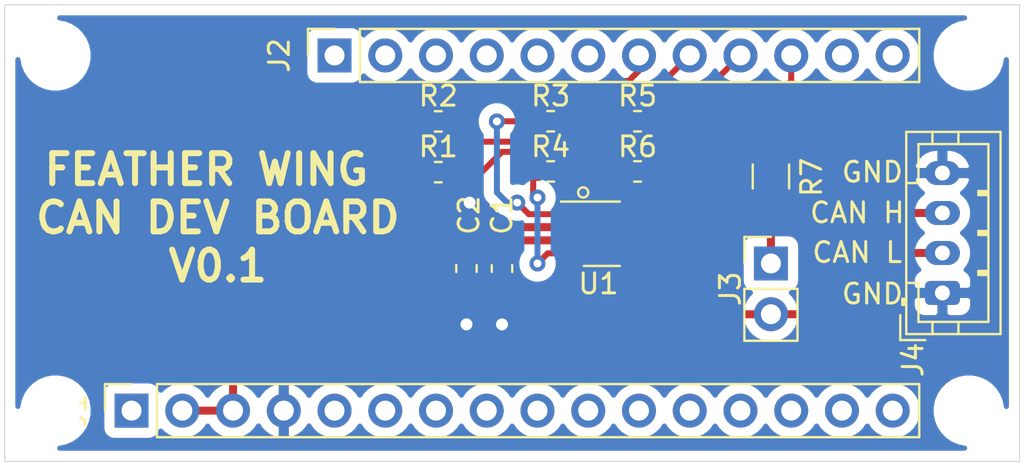
<source format=kicad_pcb>
(kicad_pcb (version 20171130) (host pcbnew "(5.1.5)-3")

  (general
    (thickness 1.6)
    (drawings 10)
    (tracks 92)
    (zones 0)
    (modules 18)
    (nets 39)
  )

  (page A4)
  (layers
    (0 F.Cu signal)
    (31 B.Cu signal)
    (32 B.Adhes user)
    (33 F.Adhes user)
    (34 B.Paste user)
    (35 F.Paste user)
    (36 B.SilkS user)
    (37 F.SilkS user)
    (38 B.Mask user)
    (39 F.Mask user)
    (40 Dwgs.User user)
    (41 Cmts.User user)
    (42 Eco1.User user)
    (43 Eco2.User user)
    (44 Edge.Cuts user)
    (45 Margin user)
    (46 B.CrtYd user)
    (47 F.CrtYd user)
    (48 B.Fab user hide)
    (49 F.Fab user hide)
  )

  (setup
    (last_trace_width 0.4)
    (user_trace_width 0.3)
    (user_trace_width 0.4)
    (trace_clearance 0.2)
    (zone_clearance 0.508)
    (zone_45_only no)
    (trace_min 0.2)
    (via_size 0.8)
    (via_drill 0.4)
    (via_min_size 0.4)
    (via_min_drill 0.3)
    (user_via 1.2 0.6)
    (uvia_size 0.3)
    (uvia_drill 0.1)
    (uvias_allowed no)
    (uvia_min_size 0.2)
    (uvia_min_drill 0.1)
    (edge_width 0.05)
    (segment_width 0.2)
    (pcb_text_width 0.3)
    (pcb_text_size 1.5 1.5)
    (mod_edge_width 0.12)
    (mod_text_size 1 1)
    (mod_text_width 0.15)
    (pad_size 1.524 1.524)
    (pad_drill 0.762)
    (pad_to_mask_clearance 0.051)
    (solder_mask_min_width 0.25)
    (aux_axis_origin 0 0)
    (visible_elements FFFFFF7F)
    (pcbplotparams
      (layerselection 0x010fc_ffffffff)
      (usegerberextensions false)
      (usegerberattributes false)
      (usegerberadvancedattributes false)
      (creategerberjobfile false)
      (excludeedgelayer true)
      (linewidth 0.100000)
      (plotframeref false)
      (viasonmask false)
      (mode 1)
      (useauxorigin false)
      (hpglpennumber 1)
      (hpglpenspeed 20)
      (hpglpendiameter 15.000000)
      (psnegative false)
      (psa4output false)
      (plotreference true)
      (plotvalue true)
      (plotinvisibletext false)
      (padsonsilk false)
      (subtractmaskfromsilk false)
      (outputformat 1)
      (mirror false)
      (drillshape 0)
      (scaleselection 1)
      (outputdirectory "OshBus_Wing_0_1/"))
  )

  (net 0 "")
  (net 1 GND)
  (net 2 +3V3)
  (net 3 "Net-(J1-Pad1)")
  (net 4 "Net-(J1-Pad5)")
  (net 5 "Net-(J1-Pad6)")
  (net 6 "Net-(J1-Pad7)")
  (net 7 "Net-(J1-Pad8)")
  (net 8 "Net-(J1-Pad9)")
  (net 9 "Net-(J1-Pad10)")
  (net 10 "Net-(J1-Pad11)")
  (net 11 "Net-(J1-Pad12)")
  (net 12 "Net-(J1-Pad13)")
  (net 13 "Net-(J1-Pad14)")
  (net 14 "Net-(J1-Pad15)")
  (net 15 "Net-(J1-Pad16)")
  (net 16 "Net-(J2-Pad1)")
  (net 17 "Net-(J2-Pad2)")
  (net 18 "Net-(J2-Pad3)")
  (net 19 "Net-(J2-Pad4)")
  (net 20 "Net-(J2-Pad5)")
  (net 21 "Net-(J2-Pad6)")
  (net 22 CAN_TX)
  (net 23 CAN_RX)
  (net 24 CAN_NSIL)
  (net 25 CAN_STBY)
  (net 26 "Net-(J2-Pad11)")
  (net 27 "Net-(J2-Pad12)")
  (net 28 "Net-(J3-Pad1)")
  (net 29 "Net-(J3-Pad2)")
  (net 30 "Net-(R3-Pad1)")
  (net 31 "Net-(R4-Pad1)")
  (net 32 "Net-(R5-Pad1)")
  (net 33 "Net-(R6-Pad1)")
  (net 34 "Net-(H1-Pad1)")
  (net 35 "Net-(H2-Pad1)")
  (net 36 "Net-(H3-Pad1)")
  (net 37 "Net-(H4-Pad1)")
  (net 38 "Net-(J4-Pad3)")

  (net_class Default "This is the default net class."
    (clearance 0.2)
    (trace_width 0.25)
    (via_dia 0.8)
    (via_drill 0.4)
    (uvia_dia 0.3)
    (uvia_drill 0.1)
    (add_net +3V3)
    (add_net CAN_NSIL)
    (add_net CAN_RX)
    (add_net CAN_STBY)
    (add_net CAN_TX)
    (add_net GND)
    (add_net "Net-(H1-Pad1)")
    (add_net "Net-(H2-Pad1)")
    (add_net "Net-(H3-Pad1)")
    (add_net "Net-(H4-Pad1)")
    (add_net "Net-(J1-Pad1)")
    (add_net "Net-(J1-Pad10)")
    (add_net "Net-(J1-Pad11)")
    (add_net "Net-(J1-Pad12)")
    (add_net "Net-(J1-Pad13)")
    (add_net "Net-(J1-Pad14)")
    (add_net "Net-(J1-Pad15)")
    (add_net "Net-(J1-Pad16)")
    (add_net "Net-(J1-Pad5)")
    (add_net "Net-(J1-Pad6)")
    (add_net "Net-(J1-Pad7)")
    (add_net "Net-(J1-Pad8)")
    (add_net "Net-(J1-Pad9)")
    (add_net "Net-(J2-Pad1)")
    (add_net "Net-(J2-Pad11)")
    (add_net "Net-(J2-Pad12)")
    (add_net "Net-(J2-Pad2)")
    (add_net "Net-(J2-Pad3)")
    (add_net "Net-(J2-Pad4)")
    (add_net "Net-(J2-Pad5)")
    (add_net "Net-(J2-Pad6)")
    (add_net "Net-(J3-Pad1)")
    (add_net "Net-(J3-Pad2)")
    (add_net "Net-(J4-Pad3)")
    (add_net "Net-(R3-Pad1)")
    (add_net "Net-(R4-Pad1)")
    (add_net "Net-(R5-Pad1)")
    (add_net "Net-(R6-Pad1)")
  )

  (module Capacitor_SMD:C_0603_1608Metric_Pad1.05x0.95mm_HandSolder (layer F.Cu) (tedit 5B301BBE) (tstamp 5EF6245F)
    (at 76.962 99.568 270)
    (descr "Capacitor SMD 0603 (1608 Metric), square (rectangular) end terminal, IPC_7351 nominal with elongated pad for handsoldering. (Body size source: http://www.tortai-tech.com/upload/download/2011102023233369053.pdf), generated with kicad-footprint-generator")
    (tags "capacitor handsolder")
    (path /5F2F9228)
    (attr smd)
    (fp_text reference C1 (at -2.667 0 90) (layer F.SilkS)
      (effects (font (size 1 1) (thickness 0.15)))
    )
    (fp_text value 22uF (at 0 1.43 90) (layer F.Fab)
      (effects (font (size 1 1) (thickness 0.15)))
    )
    (fp_text user %R (at 0 0 90) (layer F.Fab)
      (effects (font (size 0.4 0.4) (thickness 0.06)))
    )
    (fp_line (start 1.65 0.73) (end -1.65 0.73) (layer F.CrtYd) (width 0.05))
    (fp_line (start 1.65 -0.73) (end 1.65 0.73) (layer F.CrtYd) (width 0.05))
    (fp_line (start -1.65 -0.73) (end 1.65 -0.73) (layer F.CrtYd) (width 0.05))
    (fp_line (start -1.65 0.73) (end -1.65 -0.73) (layer F.CrtYd) (width 0.05))
    (fp_line (start -0.171267 0.51) (end 0.171267 0.51) (layer F.SilkS) (width 0.12))
    (fp_line (start -0.171267 -0.51) (end 0.171267 -0.51) (layer F.SilkS) (width 0.12))
    (fp_line (start 0.8 0.4) (end -0.8 0.4) (layer F.Fab) (width 0.1))
    (fp_line (start 0.8 -0.4) (end 0.8 0.4) (layer F.Fab) (width 0.1))
    (fp_line (start -0.8 -0.4) (end 0.8 -0.4) (layer F.Fab) (width 0.1))
    (fp_line (start -0.8 0.4) (end -0.8 -0.4) (layer F.Fab) (width 0.1))
    (pad 2 smd roundrect (at 0.875 0 270) (size 1.05 0.95) (layers F.Cu F.Paste F.Mask) (roundrect_rratio 0.25)
      (net 1 GND))
    (pad 1 smd roundrect (at -0.875 0 270) (size 1.05 0.95) (layers F.Cu F.Paste F.Mask) (roundrect_rratio 0.25)
      (net 2 +3V3))
    (model ${KISYS3DMOD}/Capacitor_SMD.3dshapes/C_0603_1608Metric.wrl
      (at (xyz 0 0 0))
      (scale (xyz 1 1 1))
      (rotate (xyz 0 0 0))
    )
  )

  (module Capacitor_SMD:C_0603_1608Metric_Pad1.05x0.95mm_HandSolder (layer F.Cu) (tedit 5B301BBE) (tstamp 5EF62470)
    (at 75.184 99.568 270)
    (descr "Capacitor SMD 0603 (1608 Metric), square (rectangular) end terminal, IPC_7351 nominal with elongated pad for handsoldering. (Body size source: http://www.tortai-tech.com/upload/download/2011102023233369053.pdf), generated with kicad-footprint-generator")
    (tags "capacitor handsolder")
    (path /5F2E3D72)
    (attr smd)
    (fp_text reference C2 (at -2.667 -0.127 90) (layer F.SilkS)
      (effects (font (size 1 1) (thickness 0.15)))
    )
    (fp_text value 100nF (at 0 1.43 90) (layer F.Fab)
      (effects (font (size 1 1) (thickness 0.15)))
    )
    (fp_line (start -0.8 0.4) (end -0.8 -0.4) (layer F.Fab) (width 0.1))
    (fp_line (start -0.8 -0.4) (end 0.8 -0.4) (layer F.Fab) (width 0.1))
    (fp_line (start 0.8 -0.4) (end 0.8 0.4) (layer F.Fab) (width 0.1))
    (fp_line (start 0.8 0.4) (end -0.8 0.4) (layer F.Fab) (width 0.1))
    (fp_line (start -0.171267 -0.51) (end 0.171267 -0.51) (layer F.SilkS) (width 0.12))
    (fp_line (start -0.171267 0.51) (end 0.171267 0.51) (layer F.SilkS) (width 0.12))
    (fp_line (start -1.65 0.73) (end -1.65 -0.73) (layer F.CrtYd) (width 0.05))
    (fp_line (start -1.65 -0.73) (end 1.65 -0.73) (layer F.CrtYd) (width 0.05))
    (fp_line (start 1.65 -0.73) (end 1.65 0.73) (layer F.CrtYd) (width 0.05))
    (fp_line (start 1.65 0.73) (end -1.65 0.73) (layer F.CrtYd) (width 0.05))
    (fp_text user %R (at 0 0 90) (layer F.Fab)
      (effects (font (size 0.4 0.4) (thickness 0.06)))
    )
    (pad 1 smd roundrect (at -0.875 0 270) (size 1.05 0.95) (layers F.Cu F.Paste F.Mask) (roundrect_rratio 0.25)
      (net 2 +3V3))
    (pad 2 smd roundrect (at 0.875 0 270) (size 1.05 0.95) (layers F.Cu F.Paste F.Mask) (roundrect_rratio 0.25)
      (net 1 GND))
    (model ${KISYS3DMOD}/Capacitor_SMD.3dshapes/C_0603_1608Metric.wrl
      (at (xyz 0 0 0))
      (scale (xyz 1 1 1))
      (rotate (xyz 0 0 0))
    )
  )

  (module Connector_PinSocket_2.54mm:PinSocket_1x16_P2.54mm_Vertical (layer F.Cu) (tedit 5A19A41E) (tstamp 5EF6285F)
    (at 58.42 106.68 90)
    (descr "Through hole straight socket strip, 1x16, 2.54mm pitch, single row (from Kicad 4.0.7), script generated")
    (tags "Through hole socket strip THT 1x16 2.54mm single row")
    (path /5F2DAEC6)
    (fp_text reference J1 (at 0 -2.77 90) (layer F.SilkS)
      (effects (font (size 1 1) (thickness 0.15)))
    )
    (fp_text value Conn_01x16 (at 0 40.87 90) (layer F.Fab)
      (effects (font (size 1 1) (thickness 0.15)))
    )
    (fp_line (start -1.27 -1.27) (end 0.635 -1.27) (layer F.Fab) (width 0.1))
    (fp_line (start 0.635 -1.27) (end 1.27 -0.635) (layer F.Fab) (width 0.1))
    (fp_line (start 1.27 -0.635) (end 1.27 39.37) (layer F.Fab) (width 0.1))
    (fp_line (start 1.27 39.37) (end -1.27 39.37) (layer F.Fab) (width 0.1))
    (fp_line (start -1.27 39.37) (end -1.27 -1.27) (layer F.Fab) (width 0.1))
    (fp_line (start -1.33 1.27) (end 1.33 1.27) (layer F.SilkS) (width 0.12))
    (fp_line (start -1.33 1.27) (end -1.33 39.43) (layer F.SilkS) (width 0.12))
    (fp_line (start -1.33 39.43) (end 1.33 39.43) (layer F.SilkS) (width 0.12))
    (fp_line (start 1.33 1.27) (end 1.33 39.43) (layer F.SilkS) (width 0.12))
    (fp_line (start 1.33 -1.33) (end 1.33 0) (layer F.SilkS) (width 0.12))
    (fp_line (start 0 -1.33) (end 1.33 -1.33) (layer F.SilkS) (width 0.12))
    (fp_line (start -1.8 -1.8) (end 1.75 -1.8) (layer F.CrtYd) (width 0.05))
    (fp_line (start 1.75 -1.8) (end 1.75 39.9) (layer F.CrtYd) (width 0.05))
    (fp_line (start 1.75 39.9) (end -1.8 39.9) (layer F.CrtYd) (width 0.05))
    (fp_line (start -1.8 39.9) (end -1.8 -1.8) (layer F.CrtYd) (width 0.05))
    (fp_text user %R (at 0 19.05) (layer F.Fab)
      (effects (font (size 1 1) (thickness 0.15)))
    )
    (pad 1 thru_hole rect (at 0 0 90) (size 1.7 1.7) (drill 1) (layers *.Cu *.Mask)
      (net 3 "Net-(J1-Pad1)"))
    (pad 2 thru_hole oval (at 0 2.54 90) (size 1.7 1.7) (drill 1) (layers *.Cu *.Mask)
      (net 2 +3V3))
    (pad 3 thru_hole oval (at 0 5.08 90) (size 1.7 1.7) (drill 1) (layers *.Cu *.Mask)
      (net 2 +3V3))
    (pad 4 thru_hole oval (at 0 7.62 90) (size 1.7 1.7) (drill 1) (layers *.Cu *.Mask)
      (net 1 GND))
    (pad 5 thru_hole oval (at 0 10.16 90) (size 1.7 1.7) (drill 1) (layers *.Cu *.Mask)
      (net 4 "Net-(J1-Pad5)"))
    (pad 6 thru_hole oval (at 0 12.7 90) (size 1.7 1.7) (drill 1) (layers *.Cu *.Mask)
      (net 5 "Net-(J1-Pad6)"))
    (pad 7 thru_hole oval (at 0 15.24 90) (size 1.7 1.7) (drill 1) (layers *.Cu *.Mask)
      (net 6 "Net-(J1-Pad7)"))
    (pad 8 thru_hole oval (at 0 17.78 90) (size 1.7 1.7) (drill 1) (layers *.Cu *.Mask)
      (net 7 "Net-(J1-Pad8)"))
    (pad 9 thru_hole oval (at 0 20.32 90) (size 1.7 1.7) (drill 1) (layers *.Cu *.Mask)
      (net 8 "Net-(J1-Pad9)"))
    (pad 10 thru_hole oval (at 0 22.86 90) (size 1.7 1.7) (drill 1) (layers *.Cu *.Mask)
      (net 9 "Net-(J1-Pad10)"))
    (pad 11 thru_hole oval (at 0 25.4 90) (size 1.7 1.7) (drill 1) (layers *.Cu *.Mask)
      (net 10 "Net-(J1-Pad11)"))
    (pad 12 thru_hole oval (at 0 27.94 90) (size 1.7 1.7) (drill 1) (layers *.Cu *.Mask)
      (net 11 "Net-(J1-Pad12)"))
    (pad 13 thru_hole oval (at 0 30.48 90) (size 1.7 1.7) (drill 1) (layers *.Cu *.Mask)
      (net 12 "Net-(J1-Pad13)"))
    (pad 14 thru_hole oval (at 0 33.02 90) (size 1.7 1.7) (drill 1) (layers *.Cu *.Mask)
      (net 13 "Net-(J1-Pad14)"))
    (pad 15 thru_hole oval (at 0 35.56 90) (size 1.7 1.7) (drill 1) (layers *.Cu *.Mask)
      (net 14 "Net-(J1-Pad15)"))
    (pad 16 thru_hole oval (at 0 38.1 90) (size 1.7 1.7) (drill 1) (layers *.Cu *.Mask)
      (net 15 "Net-(J1-Pad16)"))
    (model ${KISYS3DMOD}/Connector_PinSocket_2.54mm.3dshapes/PinSocket_1x16_P2.54mm_Vertical.wrl
      (at (xyz 0 0 0))
      (scale (xyz 1 1 1))
      (rotate (xyz 0 0 0))
    )
  )

  (module Connector_PinSocket_2.54mm:PinSocket_1x12_P2.54mm_Vertical (layer F.Cu) (tedit 5A19A41D) (tstamp 5EF624B4)
    (at 68.58 88.9 90)
    (descr "Through hole straight socket strip, 1x12, 2.54mm pitch, single row (from Kicad 4.0.7), script generated")
    (tags "Through hole socket strip THT 1x12 2.54mm single row")
    (path /5F2DBA35)
    (fp_text reference J2 (at 0 -2.77 90) (layer F.SilkS)
      (effects (font (size 1 1) (thickness 0.15)))
    )
    (fp_text value Conn_01x12 (at 0 30.71 90) (layer F.Fab)
      (effects (font (size 1 1) (thickness 0.15)))
    )
    (fp_line (start -1.27 -1.27) (end 0.635 -1.27) (layer F.Fab) (width 0.1))
    (fp_line (start 0.635 -1.27) (end 1.27 -0.635) (layer F.Fab) (width 0.1))
    (fp_line (start 1.27 -0.635) (end 1.27 29.21) (layer F.Fab) (width 0.1))
    (fp_line (start 1.27 29.21) (end -1.27 29.21) (layer F.Fab) (width 0.1))
    (fp_line (start -1.27 29.21) (end -1.27 -1.27) (layer F.Fab) (width 0.1))
    (fp_line (start -1.33 1.27) (end 1.33 1.27) (layer F.SilkS) (width 0.12))
    (fp_line (start -1.33 1.27) (end -1.33 29.27) (layer F.SilkS) (width 0.12))
    (fp_line (start -1.33 29.27) (end 1.33 29.27) (layer F.SilkS) (width 0.12))
    (fp_line (start 1.33 1.27) (end 1.33 29.27) (layer F.SilkS) (width 0.12))
    (fp_line (start 1.33 -1.33) (end 1.33 0) (layer F.SilkS) (width 0.12))
    (fp_line (start 0 -1.33) (end 1.33 -1.33) (layer F.SilkS) (width 0.12))
    (fp_line (start -1.8 -1.8) (end 1.75 -1.8) (layer F.CrtYd) (width 0.05))
    (fp_line (start 1.75 -1.8) (end 1.75 29.7) (layer F.CrtYd) (width 0.05))
    (fp_line (start 1.75 29.7) (end -1.8 29.7) (layer F.CrtYd) (width 0.05))
    (fp_line (start -1.8 29.7) (end -1.8 -1.8) (layer F.CrtYd) (width 0.05))
    (fp_text user %R (at 0 13.97) (layer F.Fab)
      (effects (font (size 1 1) (thickness 0.15)))
    )
    (pad 1 thru_hole rect (at 0 0 90) (size 1.7 1.7) (drill 1) (layers *.Cu *.Mask)
      (net 16 "Net-(J2-Pad1)"))
    (pad 2 thru_hole oval (at 0 2.54 90) (size 1.7 1.7) (drill 1) (layers *.Cu *.Mask)
      (net 17 "Net-(J2-Pad2)"))
    (pad 3 thru_hole oval (at 0 5.08 90) (size 1.7 1.7) (drill 1) (layers *.Cu *.Mask)
      (net 18 "Net-(J2-Pad3)"))
    (pad 4 thru_hole oval (at 0 7.62 90) (size 1.7 1.7) (drill 1) (layers *.Cu *.Mask)
      (net 19 "Net-(J2-Pad4)"))
    (pad 5 thru_hole oval (at 0 10.16 90) (size 1.7 1.7) (drill 1) (layers *.Cu *.Mask)
      (net 20 "Net-(J2-Pad5)"))
    (pad 6 thru_hole oval (at 0 12.7 90) (size 1.7 1.7) (drill 1) (layers *.Cu *.Mask)
      (net 21 "Net-(J2-Pad6)"))
    (pad 7 thru_hole oval (at 0 15.24 90) (size 1.7 1.7) (drill 1) (layers *.Cu *.Mask)
      (net 22 CAN_TX))
    (pad 8 thru_hole oval (at 0 17.78 90) (size 1.7 1.7) (drill 1) (layers *.Cu *.Mask)
      (net 23 CAN_RX))
    (pad 9 thru_hole oval (at 0 20.32 90) (size 1.7 1.7) (drill 1) (layers *.Cu *.Mask)
      (net 24 CAN_NSIL))
    (pad 10 thru_hole oval (at 0 22.86 90) (size 1.7 1.7) (drill 1) (layers *.Cu *.Mask)
      (net 25 CAN_STBY))
    (pad 11 thru_hole oval (at 0 25.4 90) (size 1.7 1.7) (drill 1) (layers *.Cu *.Mask)
      (net 26 "Net-(J2-Pad11)"))
    (pad 12 thru_hole oval (at 0 27.94 90) (size 1.7 1.7) (drill 1) (layers *.Cu *.Mask)
      (net 27 "Net-(J2-Pad12)"))
    (model ${KISYS3DMOD}/Connector_PinSocket_2.54mm.3dshapes/PinSocket_1x12_P2.54mm_Vertical.wrl
      (at (xyz 0 0 0))
      (scale (xyz 1 1 1))
      (rotate (xyz 0 0 0))
    )
  )

  (module Connector_PinHeader_2.54mm:PinHeader_1x02_P2.54mm_Vertical (layer F.Cu) (tedit 59FED5CC) (tstamp 5EF624CA)
    (at 90.424 99.314)
    (descr "Through hole straight pin header, 1x02, 2.54mm pitch, single row")
    (tags "Through hole pin header THT 1x02 2.54mm single row")
    (path /5F2E5F64)
    (fp_text reference J3 (at -2.032 1.27 270) (layer F.SilkS)
      (effects (font (size 1 1) (thickness 0.15)))
    )
    (fp_text value JMP1 (at 0 4.87) (layer F.Fab)
      (effects (font (size 1 1) (thickness 0.15)))
    )
    (fp_line (start -0.635 -1.27) (end 1.27 -1.27) (layer F.Fab) (width 0.1))
    (fp_line (start 1.27 -1.27) (end 1.27 3.81) (layer F.Fab) (width 0.1))
    (fp_line (start 1.27 3.81) (end -1.27 3.81) (layer F.Fab) (width 0.1))
    (fp_line (start -1.27 3.81) (end -1.27 -0.635) (layer F.Fab) (width 0.1))
    (fp_line (start -1.27 -0.635) (end -0.635 -1.27) (layer F.Fab) (width 0.1))
    (fp_line (start -1.33 3.87) (end 1.33 3.87) (layer F.SilkS) (width 0.12))
    (fp_line (start -1.33 1.27) (end -1.33 3.87) (layer F.SilkS) (width 0.12))
    (fp_line (start 1.33 1.27) (end 1.33 3.87) (layer F.SilkS) (width 0.12))
    (fp_line (start -1.33 1.27) (end 1.33 1.27) (layer F.SilkS) (width 0.12))
    (fp_line (start -1.33 0) (end -1.33 -1.33) (layer F.SilkS) (width 0.12))
    (fp_line (start -1.33 -1.33) (end 0 -1.33) (layer F.SilkS) (width 0.12))
    (fp_line (start -1.8 -1.8) (end -1.8 4.35) (layer F.CrtYd) (width 0.05))
    (fp_line (start -1.8 4.35) (end 1.8 4.35) (layer F.CrtYd) (width 0.05))
    (fp_line (start 1.8 4.35) (end 1.8 -1.8) (layer F.CrtYd) (width 0.05))
    (fp_line (start 1.8 -1.8) (end -1.8 -1.8) (layer F.CrtYd) (width 0.05))
    (fp_text user %R (at 0 1.27 90) (layer F.Fab)
      (effects (font (size 1 1) (thickness 0.15)))
    )
    (pad 1 thru_hole rect (at 0 0) (size 1.7 1.7) (drill 1) (layers *.Cu *.Mask)
      (net 28 "Net-(J3-Pad1)"))
    (pad 2 thru_hole oval (at 0 2.54) (size 1.7 1.7) (drill 1) (layers *.Cu *.Mask)
      (net 29 "Net-(J3-Pad2)"))
    (model ${KISYS3DMOD}/Connector_PinHeader_2.54mm.3dshapes/PinHeader_1x02_P2.54mm_Vertical.wrl
      (at (xyz 0 0 0))
      (scale (xyz 1 1 1))
      (rotate (xyz 0 0 0))
    )
  )

  (module Connector_JST:JST_PH_B4B-PH-K_1x04_P2.00mm_Vertical (layer F.Cu) (tedit 5B7745C2) (tstamp 5EF624FE)
    (at 99.0092 100.7872 90)
    (descr "JST PH series connector, B4B-PH-K (http://www.jst-mfg.com/product/pdf/eng/ePH.pdf), generated with kicad-footprint-generator")
    (tags "connector JST PH side entry")
    (path /5F2EBA2C)
    (fp_text reference J4 (at -3.3528 -1.4732 90) (layer F.SilkS)
      (effects (font (size 1 1) (thickness 0.15)))
    )
    (fp_text value CAN_OUT (at 3 4 90) (layer F.Fab)
      (effects (font (size 1 1) (thickness 0.15)))
    )
    (fp_line (start -2.06 -1.81) (end -2.06 2.91) (layer F.SilkS) (width 0.12))
    (fp_line (start -2.06 2.91) (end 8.06 2.91) (layer F.SilkS) (width 0.12))
    (fp_line (start 8.06 2.91) (end 8.06 -1.81) (layer F.SilkS) (width 0.12))
    (fp_line (start 8.06 -1.81) (end -2.06 -1.81) (layer F.SilkS) (width 0.12))
    (fp_line (start -0.3 -1.81) (end -0.3 -2.01) (layer F.SilkS) (width 0.12))
    (fp_line (start -0.3 -2.01) (end -0.6 -2.01) (layer F.SilkS) (width 0.12))
    (fp_line (start -0.6 -2.01) (end -0.6 -1.81) (layer F.SilkS) (width 0.12))
    (fp_line (start -0.3 -1.91) (end -0.6 -1.91) (layer F.SilkS) (width 0.12))
    (fp_line (start 0.5 -1.81) (end 0.5 -1.2) (layer F.SilkS) (width 0.12))
    (fp_line (start 0.5 -1.2) (end -1.45 -1.2) (layer F.SilkS) (width 0.12))
    (fp_line (start -1.45 -1.2) (end -1.45 2.3) (layer F.SilkS) (width 0.12))
    (fp_line (start -1.45 2.3) (end 7.45 2.3) (layer F.SilkS) (width 0.12))
    (fp_line (start 7.45 2.3) (end 7.45 -1.2) (layer F.SilkS) (width 0.12))
    (fp_line (start 7.45 -1.2) (end 5.5 -1.2) (layer F.SilkS) (width 0.12))
    (fp_line (start 5.5 -1.2) (end 5.5 -1.81) (layer F.SilkS) (width 0.12))
    (fp_line (start -2.06 -0.5) (end -1.45 -0.5) (layer F.SilkS) (width 0.12))
    (fp_line (start -2.06 0.8) (end -1.45 0.8) (layer F.SilkS) (width 0.12))
    (fp_line (start 8.06 -0.5) (end 7.45 -0.5) (layer F.SilkS) (width 0.12))
    (fp_line (start 8.06 0.8) (end 7.45 0.8) (layer F.SilkS) (width 0.12))
    (fp_line (start 0.9 2.3) (end 0.9 1.8) (layer F.SilkS) (width 0.12))
    (fp_line (start 0.9 1.8) (end 1.1 1.8) (layer F.SilkS) (width 0.12))
    (fp_line (start 1.1 1.8) (end 1.1 2.3) (layer F.SilkS) (width 0.12))
    (fp_line (start 1 2.3) (end 1 1.8) (layer F.SilkS) (width 0.12))
    (fp_line (start 2.9 2.3) (end 2.9 1.8) (layer F.SilkS) (width 0.12))
    (fp_line (start 2.9 1.8) (end 3.1 1.8) (layer F.SilkS) (width 0.12))
    (fp_line (start 3.1 1.8) (end 3.1 2.3) (layer F.SilkS) (width 0.12))
    (fp_line (start 3 2.3) (end 3 1.8) (layer F.SilkS) (width 0.12))
    (fp_line (start 4.9 2.3) (end 4.9 1.8) (layer F.SilkS) (width 0.12))
    (fp_line (start 4.9 1.8) (end 5.1 1.8) (layer F.SilkS) (width 0.12))
    (fp_line (start 5.1 1.8) (end 5.1 2.3) (layer F.SilkS) (width 0.12))
    (fp_line (start 5 2.3) (end 5 1.8) (layer F.SilkS) (width 0.12))
    (fp_line (start -1.11 -2.11) (end -2.36 -2.11) (layer F.SilkS) (width 0.12))
    (fp_line (start -2.36 -2.11) (end -2.36 -0.86) (layer F.SilkS) (width 0.12))
    (fp_line (start -1.11 -2.11) (end -2.36 -2.11) (layer F.Fab) (width 0.1))
    (fp_line (start -2.36 -2.11) (end -2.36 -0.86) (layer F.Fab) (width 0.1))
    (fp_line (start -1.95 -1.7) (end -1.95 2.8) (layer F.Fab) (width 0.1))
    (fp_line (start -1.95 2.8) (end 7.95 2.8) (layer F.Fab) (width 0.1))
    (fp_line (start 7.95 2.8) (end 7.95 -1.7) (layer F.Fab) (width 0.1))
    (fp_line (start 7.95 -1.7) (end -1.95 -1.7) (layer F.Fab) (width 0.1))
    (fp_line (start -2.45 -2.2) (end -2.45 3.3) (layer F.CrtYd) (width 0.05))
    (fp_line (start -2.45 3.3) (end 8.45 3.3) (layer F.CrtYd) (width 0.05))
    (fp_line (start 8.45 3.3) (end 8.45 -2.2) (layer F.CrtYd) (width 0.05))
    (fp_line (start 8.45 -2.2) (end -2.45 -2.2) (layer F.CrtYd) (width 0.05))
    (fp_text user %R (at 3 1.5 90) (layer F.Fab)
      (effects (font (size 1 1) (thickness 0.15)))
    )
    (pad 1 thru_hole roundrect (at 0 0 90) (size 1.2 1.75) (drill 0.75) (layers *.Cu *.Mask) (roundrect_rratio 0.208333)
      (net 1 GND))
    (pad 2 thru_hole oval (at 2 0 90) (size 1.2 1.75) (drill 0.75) (layers *.Cu *.Mask)
      (net 29 "Net-(J3-Pad2)"))
    (pad 3 thru_hole oval (at 4 0 90) (size 1.2 1.75) (drill 0.75) (layers *.Cu *.Mask)
      (net 38 "Net-(J4-Pad3)"))
    (pad 4 thru_hole oval (at 6 0 90) (size 1.2 1.75) (drill 0.75) (layers *.Cu *.Mask)
      (net 1 GND))
    (model ${KISYS3DMOD}/Connector_JST.3dshapes/JST_PH_B4B-PH-K_1x04_P2.00mm_Vertical.wrl
      (at (xyz 0 0 0))
      (scale (xyz 1 1 1))
      (rotate (xyz 0 0 0))
    )
  )

  (module Resistor_SMD:R_0603_1608Metric_Pad1.05x0.95mm_HandSolder (layer F.Cu) (tedit 5B301BBD) (tstamp 5EF6250F)
    (at 73.773 94.742 180)
    (descr "Resistor SMD 0603 (1608 Metric), square (rectangular) end terminal, IPC_7351 nominal with elongated pad for handsoldering. (Body size source: http://www.tortai-tech.com/upload/download/2011102023233369053.pdf), generated with kicad-footprint-generator")
    (tags "resistor handsolder")
    (path /5F30AE75)
    (attr smd)
    (fp_text reference R1 (at 0 1.27) (layer F.SilkS)
      (effects (font (size 1 1) (thickness 0.15)))
    )
    (fp_text value 10K (at 0 1.43) (layer F.Fab)
      (effects (font (size 1 1) (thickness 0.15)))
    )
    (fp_line (start -0.8 0.4) (end -0.8 -0.4) (layer F.Fab) (width 0.1))
    (fp_line (start -0.8 -0.4) (end 0.8 -0.4) (layer F.Fab) (width 0.1))
    (fp_line (start 0.8 -0.4) (end 0.8 0.4) (layer F.Fab) (width 0.1))
    (fp_line (start 0.8 0.4) (end -0.8 0.4) (layer F.Fab) (width 0.1))
    (fp_line (start -0.171267 -0.51) (end 0.171267 -0.51) (layer F.SilkS) (width 0.12))
    (fp_line (start -0.171267 0.51) (end 0.171267 0.51) (layer F.SilkS) (width 0.12))
    (fp_line (start -1.65 0.73) (end -1.65 -0.73) (layer F.CrtYd) (width 0.05))
    (fp_line (start -1.65 -0.73) (end 1.65 -0.73) (layer F.CrtYd) (width 0.05))
    (fp_line (start 1.65 -0.73) (end 1.65 0.73) (layer F.CrtYd) (width 0.05))
    (fp_line (start 1.65 0.73) (end -1.65 0.73) (layer F.CrtYd) (width 0.05))
    (fp_text user %R (at 0 0) (layer F.Fab)
      (effects (font (size 0.4 0.4) (thickness 0.06)))
    )
    (pad 1 smd roundrect (at -0.875 0 180) (size 1.05 0.95) (layers F.Cu F.Paste F.Mask) (roundrect_rratio 0.25)
      (net 23 CAN_RX))
    (pad 2 smd roundrect (at 0.875 0 180) (size 1.05 0.95) (layers F.Cu F.Paste F.Mask) (roundrect_rratio 0.25)
      (net 2 +3V3))
    (model ${KISYS3DMOD}/Resistor_SMD.3dshapes/R_0603_1608Metric.wrl
      (at (xyz 0 0 0))
      (scale (xyz 1 1 1))
      (rotate (xyz 0 0 0))
    )
  )

  (module Resistor_SMD:R_0603_1608Metric_Pad1.05x0.95mm_HandSolder (layer F.Cu) (tedit 5B301BBD) (tstamp 5EF638ED)
    (at 73.773 92.202 180)
    (descr "Resistor SMD 0603 (1608 Metric), square (rectangular) end terminal, IPC_7351 nominal with elongated pad for handsoldering. (Body size source: http://www.tortai-tech.com/upload/download/2011102023233369053.pdf), generated with kicad-footprint-generator")
    (tags "resistor handsolder")
    (path /5F30B40C)
    (attr smd)
    (fp_text reference R2 (at 0 1.27) (layer F.SilkS)
      (effects (font (size 1 1) (thickness 0.15)))
    )
    (fp_text value 10K (at 0 1.43) (layer F.Fab)
      (effects (font (size 1 1) (thickness 0.15)))
    )
    (fp_text user %R (at 0 0) (layer F.Fab)
      (effects (font (size 0.4 0.4) (thickness 0.06)))
    )
    (fp_line (start 1.65 0.73) (end -1.65 0.73) (layer F.CrtYd) (width 0.05))
    (fp_line (start 1.65 -0.73) (end 1.65 0.73) (layer F.CrtYd) (width 0.05))
    (fp_line (start -1.65 -0.73) (end 1.65 -0.73) (layer F.CrtYd) (width 0.05))
    (fp_line (start -1.65 0.73) (end -1.65 -0.73) (layer F.CrtYd) (width 0.05))
    (fp_line (start -0.171267 0.51) (end 0.171267 0.51) (layer F.SilkS) (width 0.12))
    (fp_line (start -0.171267 -0.51) (end 0.171267 -0.51) (layer F.SilkS) (width 0.12))
    (fp_line (start 0.8 0.4) (end -0.8 0.4) (layer F.Fab) (width 0.1))
    (fp_line (start 0.8 -0.4) (end 0.8 0.4) (layer F.Fab) (width 0.1))
    (fp_line (start -0.8 -0.4) (end 0.8 -0.4) (layer F.Fab) (width 0.1))
    (fp_line (start -0.8 0.4) (end -0.8 -0.4) (layer F.Fab) (width 0.1))
    (pad 2 smd roundrect (at 0.875 0 180) (size 1.05 0.95) (layers F.Cu F.Paste F.Mask) (roundrect_rratio 0.25)
      (net 2 +3V3))
    (pad 1 smd roundrect (at -0.875 0 180) (size 1.05 0.95) (layers F.Cu F.Paste F.Mask) (roundrect_rratio 0.25)
      (net 22 CAN_TX))
    (model ${KISYS3DMOD}/Resistor_SMD.3dshapes/R_0603_1608Metric.wrl
      (at (xyz 0 0 0))
      (scale (xyz 1 1 1))
      (rotate (xyz 0 0 0))
    )
  )

  (module Resistor_SMD:R_1206_3216Metric_Pad1.42x1.75mm_HandSolder (layer F.Cu) (tedit 5B301BBD) (tstamp 5EF62575)
    (at 90.424 94.9595 90)
    (descr "Resistor SMD 1206 (3216 Metric), square (rectangular) end terminal, IPC_7351 nominal with elongated pad for handsoldering. (Body size source: http://www.tortai-tech.com/upload/download/2011102023233369053.pdf), generated with kicad-footprint-generator")
    (tags "resistor handsolder")
    (path /5F2E52CF)
    (attr smd)
    (fp_text reference R7 (at -0.0365 2.032 90) (layer F.SilkS)
      (effects (font (size 1 1) (thickness 0.15)))
    )
    (fp_text value 120 (at 0 1.82 90) (layer F.Fab)
      (effects (font (size 1 1) (thickness 0.15)))
    )
    (fp_line (start -1.6 0.8) (end -1.6 -0.8) (layer F.Fab) (width 0.1))
    (fp_line (start -1.6 -0.8) (end 1.6 -0.8) (layer F.Fab) (width 0.1))
    (fp_line (start 1.6 -0.8) (end 1.6 0.8) (layer F.Fab) (width 0.1))
    (fp_line (start 1.6 0.8) (end -1.6 0.8) (layer F.Fab) (width 0.1))
    (fp_line (start -0.602064 -0.91) (end 0.602064 -0.91) (layer F.SilkS) (width 0.12))
    (fp_line (start -0.602064 0.91) (end 0.602064 0.91) (layer F.SilkS) (width 0.12))
    (fp_line (start -2.45 1.12) (end -2.45 -1.12) (layer F.CrtYd) (width 0.05))
    (fp_line (start -2.45 -1.12) (end 2.45 -1.12) (layer F.CrtYd) (width 0.05))
    (fp_line (start 2.45 -1.12) (end 2.45 1.12) (layer F.CrtYd) (width 0.05))
    (fp_line (start 2.45 1.12) (end -2.45 1.12) (layer F.CrtYd) (width 0.05))
    (fp_text user %R (at 0 0 90) (layer F.Fab)
      (effects (font (size 0.8 0.8) (thickness 0.12)))
    )
    (pad 1 smd roundrect (at -1.4875 0 90) (size 1.425 1.75) (layers F.Cu F.Paste F.Mask) (roundrect_rratio 0.175439)
      (net 28 "Net-(J3-Pad1)"))
    (pad 2 smd roundrect (at 1.4875 0 90) (size 1.425 1.75) (layers F.Cu F.Paste F.Mask) (roundrect_rratio 0.175439)
      (net 38 "Net-(J4-Pad3)"))
    (model ${KISYS3DMOD}/Resistor_SMD.3dshapes/R_1206_3216Metric.wrl
      (at (xyz 0 0 0))
      (scale (xyz 1 1 1))
      (rotate (xyz 0 0 0))
    )
  )

  (module Package_TO_SOT_SMD:SOT-23-8_Handsoldering (layer F.Cu) (tedit 5A0AB76C) (tstamp 5EF64B24)
    (at 81.962 97.826)
    (descr "8-pin SOT-23 package, Handsoldering, http://www.analog.com/media/en/package-pcb-resources/package/pkg_pdf/sot-23rj/rj_8.pdf")
    (tags "SOT-23-8 Handsoldering")
    (path /5F2E2105)
    (attr smd)
    (fp_text reference U1 (at -0.174 2.504) (layer F.SilkS)
      (effects (font (size 1 1) (thickness 0.15)))
    )
    (fp_text value TCAN334 (at 0 2.5) (layer F.Fab)
      (effects (font (size 1 1) (thickness 0.15)))
    )
    (fp_text user %R (at 0 0 90) (layer F.Fab)
      (effects (font (size 0.5 0.5) (thickness 0.075)))
    )
    (fp_line (start -0.9 1.61) (end 0.9 1.61) (layer F.SilkS) (width 0.12))
    (fp_line (start 0.9 -1.61) (end -2.05 -1.61) (layer F.SilkS) (width 0.12))
    (fp_line (start -2.4 1.8) (end -2.4 -1.8) (layer F.CrtYd) (width 0.05))
    (fp_line (start 2.4 1.8) (end -2.4 1.8) (layer F.CrtYd) (width 0.05))
    (fp_line (start 2.4 -1.8) (end 2.4 1.8) (layer F.CrtYd) (width 0.05))
    (fp_line (start -2.4 -1.8) (end 2.4 -1.8) (layer F.CrtYd) (width 0.05))
    (fp_line (start -0.9 -0.9) (end -0.25 -1.55) (layer F.Fab) (width 0.1))
    (fp_line (start 0.9 -1.55) (end -0.25 -1.55) (layer F.Fab) (width 0.1))
    (fp_line (start -0.9 -0.9) (end -0.9 1.55) (layer F.Fab) (width 0.1))
    (fp_line (start 0.9 1.55) (end -0.9 1.55) (layer F.Fab) (width 0.1))
    (fp_line (start 0.9 -1.55) (end 0.9 1.55) (layer F.Fab) (width 0.1))
    (pad 1 smd rect (at -1.35 -0.98) (size 1.56 0.4) (layers F.Cu F.Paste F.Mask)
      (net 30 "Net-(R3-Pad1)"))
    (pad 2 smd rect (at -1.35 -0.33) (size 1.56 0.4) (layers F.Cu F.Paste F.Mask)
      (net 1 GND))
    (pad 3 smd rect (at -1.35 0.33) (size 1.56 0.4) (layers F.Cu F.Paste F.Mask)
      (net 2 +3V3))
    (pad 4 smd rect (at -1.35 0.98) (size 1.56 0.4) (layers F.Cu F.Paste F.Mask)
      (net 31 "Net-(R4-Pad1)"))
    (pad 5 smd rect (at 1.35 0.98) (size 1.56 0.4) (layers F.Cu F.Paste F.Mask)
      (net 32 "Net-(R5-Pad1)"))
    (pad 6 smd rect (at 1.35 0.33) (size 1.56 0.4) (layers F.Cu F.Paste F.Mask)
      (net 29 "Net-(J3-Pad2)"))
    (pad 7 smd rect (at 1.35 -0.33) (size 1.56 0.4) (layers F.Cu F.Paste F.Mask)
      (net 38 "Net-(J4-Pad3)"))
    (pad 8 smd rect (at 1.35 -0.98) (size 1.56 0.4) (layers F.Cu F.Paste F.Mask)
      (net 33 "Net-(R6-Pad1)"))
    (model ${KISYS3DMOD}/Package_TO_SOT_SMD.3dshapes/SOT-23-8.wrl
      (at (xyz 0 0 0))
      (scale (xyz 1 1 1))
      (rotate (xyz 0 0 0))
    )
  )

  (module MountingHole:MountingHole_2.5mm (layer F.Cu) (tedit 56D1B4CB) (tstamp 5EF62B7E)
    (at 100.33 106.68)
    (descr "Mounting Hole 2.5mm, no annular")
    (tags "mounting hole 2.5mm no annular")
    (path /5F3419A3)
    (attr virtual)
    (fp_text reference H1 (at 0 -3.5) (layer F.Fab)
      (effects (font (size 1 1) (thickness 0.15)))
    )
    (fp_text value MountingHole_Pad (at 0 3.5) (layer F.Fab)
      (effects (font (size 1 1) (thickness 0.15)))
    )
    (fp_circle (center 0 0) (end 2.75 0) (layer F.CrtYd) (width 0.05))
    (fp_circle (center 0 0) (end 2.5 0) (layer Cmts.User) (width 0.15))
    (fp_text user %R (at 0.3 0) (layer F.Fab)
      (effects (font (size 1 1) (thickness 0.15)))
    )
    (pad 1 np_thru_hole circle (at 0 0) (size 2.5 2.5) (drill 2.5) (layers *.Cu *.Mask)
      (net 34 "Net-(H1-Pad1)"))
  )

  (module MountingHole:MountingHole_2.5mm (layer F.Cu) (tedit 56D1B4CB) (tstamp 5EF62BDF)
    (at 54.61 106.68)
    (descr "Mounting Hole 2.5mm, no annular")
    (tags "mounting hole 2.5mm no annular")
    (path /5F343A49)
    (attr virtual)
    (fp_text reference H2 (at 0 -3.5) (layer F.Fab)
      (effects (font (size 1 1) (thickness 0.15)))
    )
    (fp_text value MountingHole_Pad (at 0 3.5) (layer F.Fab)
      (effects (font (size 1 1) (thickness 0.15)))
    )
    (fp_text user %R (at 0.3 0) (layer F.Fab)
      (effects (font (size 1 1) (thickness 0.15)))
    )
    (fp_circle (center 0 0) (end 2.5 0) (layer Cmts.User) (width 0.15))
    (fp_circle (center 0 0) (end 2.75 0) (layer F.CrtYd) (width 0.05))
    (pad 1 np_thru_hole circle (at 0 0) (size 2.5 2.5) (drill 2.5) (layers *.Cu *.Mask)
      (net 35 "Net-(H2-Pad1)"))
  )

  (module MountingHole:MountingHole_2.5mm (layer F.Cu) (tedit 56D1B4CB) (tstamp 5EF62B8E)
    (at 100.33 88.9)
    (descr "Mounting Hole 2.5mm, no annular")
    (tags "mounting hole 2.5mm no annular")
    (path /5F343CED)
    (attr virtual)
    (fp_text reference H3 (at 0 -3.5) (layer F.Fab)
      (effects (font (size 1 1) (thickness 0.15)))
    )
    (fp_text value MountingHole_Pad (at 0 3.5) (layer F.Fab)
      (effects (font (size 1 1) (thickness 0.15)))
    )
    (fp_circle (center 0 0) (end 2.75 0) (layer F.CrtYd) (width 0.05))
    (fp_circle (center 0 0) (end 2.5 0) (layer Cmts.User) (width 0.15))
    (fp_text user %R (at 0.3 0) (layer F.Fab)
      (effects (font (size 1 1) (thickness 0.15)))
    )
    (pad 1 np_thru_hole circle (at 0 0) (size 2.5 2.5) (drill 2.5) (layers *.Cu *.Mask)
      (net 36 "Net-(H3-Pad1)"))
  )

  (module MountingHole:MountingHole_2.5mm (layer F.Cu) (tedit 56D1B4CB) (tstamp 5EF62B96)
    (at 54.61 88.9)
    (descr "Mounting Hole 2.5mm, no annular")
    (tags "mounting hole 2.5mm no annular")
    (path /5F343F40)
    (attr virtual)
    (fp_text reference H4 (at 0 -3.5) (layer F.Fab)
      (effects (font (size 1 1) (thickness 0.15)))
    )
    (fp_text value MountingHole_Pad (at 0 3.5) (layer F.Fab)
      (effects (font (size 1 1) (thickness 0.15)))
    )
    (fp_text user %R (at 0.3 0) (layer F.Fab)
      (effects (font (size 1 1) (thickness 0.15)))
    )
    (fp_circle (center 0 0) (end 2.5 0) (layer Cmts.User) (width 0.15))
    (fp_circle (center 0 0) (end 2.75 0) (layer F.CrtYd) (width 0.05))
    (pad 1 np_thru_hole circle (at 0 0) (size 2.5 2.5) (drill 2.5) (layers *.Cu *.Mask)
      (net 37 "Net-(H4-Pad1)"))
  )

  (module Resistor_SMD:R_0603_1608Metric_Pad1.05x0.95mm_HandSolder (layer F.Cu) (tedit 5B301BBD) (tstamp 5EF63E26)
    (at 79.399001 92.195001)
    (descr "Resistor SMD 0603 (1608 Metric), square (rectangular) end terminal, IPC_7351 nominal with elongated pad for handsoldering. (Body size source: http://www.tortai-tech.com/upload/download/2011102023233369053.pdf), generated with kicad-footprint-generator")
    (tags "resistor handsolder")
    (path /5F2E2417)
    (attr smd)
    (fp_text reference R3 (at 0 -1.263001) (layer F.SilkS)
      (effects (font (size 1 1) (thickness 0.15)))
    )
    (fp_text value 1K (at 0 1.43) (layer F.Fab)
      (effects (font (size 1 1) (thickness 0.15)))
    )
    (fp_text user %R (at 0 0) (layer F.Fab)
      (effects (font (size 0.4 0.4) (thickness 0.06)))
    )
    (fp_line (start 1.65 0.73) (end -1.65 0.73) (layer F.CrtYd) (width 0.05))
    (fp_line (start 1.65 -0.73) (end 1.65 0.73) (layer F.CrtYd) (width 0.05))
    (fp_line (start -1.65 -0.73) (end 1.65 -0.73) (layer F.CrtYd) (width 0.05))
    (fp_line (start -1.65 0.73) (end -1.65 -0.73) (layer F.CrtYd) (width 0.05))
    (fp_line (start -0.171267 0.51) (end 0.171267 0.51) (layer F.SilkS) (width 0.12))
    (fp_line (start -0.171267 -0.51) (end 0.171267 -0.51) (layer F.SilkS) (width 0.12))
    (fp_line (start 0.8 0.4) (end -0.8 0.4) (layer F.Fab) (width 0.1))
    (fp_line (start 0.8 -0.4) (end 0.8 0.4) (layer F.Fab) (width 0.1))
    (fp_line (start -0.8 -0.4) (end 0.8 -0.4) (layer F.Fab) (width 0.1))
    (fp_line (start -0.8 0.4) (end -0.8 -0.4) (layer F.Fab) (width 0.1))
    (pad 2 smd roundrect (at 0.875 0) (size 1.05 0.95) (layers F.Cu F.Paste F.Mask) (roundrect_rratio 0.25)
      (net 22 CAN_TX))
    (pad 1 smd roundrect (at -0.875 0) (size 1.05 0.95) (layers F.Cu F.Paste F.Mask) (roundrect_rratio 0.25)
      (net 30 "Net-(R3-Pad1)"))
    (model ${KISYS3DMOD}/Resistor_SMD.3dshapes/R_0603_1608Metric.wrl
      (at (xyz 0 0 0))
      (scale (xyz 1 1 1))
      (rotate (xyz 0 0 0))
    )
  )

  (module Resistor_SMD:R_0603_1608Metric_Pad1.05x0.95mm_HandSolder (layer F.Cu) (tedit 5B301BBD) (tstamp 5EF63E37)
    (at 79.399001 94.705001)
    (descr "Resistor SMD 0603 (1608 Metric), square (rectangular) end terminal, IPC_7351 nominal with elongated pad for handsoldering. (Body size source: http://www.tortai-tech.com/upload/download/2011102023233369053.pdf), generated with kicad-footprint-generator")
    (tags "resistor handsolder")
    (path /5F2E2FC6)
    (attr smd)
    (fp_text reference R4 (at 0 -1.233001) (layer F.SilkS)
      (effects (font (size 1 1) (thickness 0.15)))
    )
    (fp_text value 1K (at 0 1.43) (layer F.Fab)
      (effects (font (size 1 1) (thickness 0.15)))
    )
    (fp_line (start -0.8 0.4) (end -0.8 -0.4) (layer F.Fab) (width 0.1))
    (fp_line (start -0.8 -0.4) (end 0.8 -0.4) (layer F.Fab) (width 0.1))
    (fp_line (start 0.8 -0.4) (end 0.8 0.4) (layer F.Fab) (width 0.1))
    (fp_line (start 0.8 0.4) (end -0.8 0.4) (layer F.Fab) (width 0.1))
    (fp_line (start -0.171267 -0.51) (end 0.171267 -0.51) (layer F.SilkS) (width 0.12))
    (fp_line (start -0.171267 0.51) (end 0.171267 0.51) (layer F.SilkS) (width 0.12))
    (fp_line (start -1.65 0.73) (end -1.65 -0.73) (layer F.CrtYd) (width 0.05))
    (fp_line (start -1.65 -0.73) (end 1.65 -0.73) (layer F.CrtYd) (width 0.05))
    (fp_line (start 1.65 -0.73) (end 1.65 0.73) (layer F.CrtYd) (width 0.05))
    (fp_line (start 1.65 0.73) (end -1.65 0.73) (layer F.CrtYd) (width 0.05))
    (fp_text user %R (at 0 0) (layer F.Fab)
      (effects (font (size 0.4 0.4) (thickness 0.06)))
    )
    (pad 1 smd roundrect (at -0.875 0) (size 1.05 0.95) (layers F.Cu F.Paste F.Mask) (roundrect_rratio 0.25)
      (net 31 "Net-(R4-Pad1)"))
    (pad 2 smd roundrect (at 0.875 0) (size 1.05 0.95) (layers F.Cu F.Paste F.Mask) (roundrect_rratio 0.25)
      (net 23 CAN_RX))
    (model ${KISYS3DMOD}/Resistor_SMD.3dshapes/R_0603_1608Metric.wrl
      (at (xyz 0 0 0))
      (scale (xyz 1 1 1))
      (rotate (xyz 0 0 0))
    )
  )

  (module Resistor_SMD:R_0603_1608Metric_Pad1.05x0.95mm_HandSolder (layer F.Cu) (tedit 5B301BBD) (tstamp 5EF63E48)
    (at 83.749001 92.195001)
    (descr "Resistor SMD 0603 (1608 Metric), square (rectangular) end terminal, IPC_7351 nominal with elongated pad for handsoldering. (Body size source: http://www.tortai-tech.com/upload/download/2011102023233369053.pdf), generated with kicad-footprint-generator")
    (tags "resistor handsolder")
    (path /5F2F79D4)
    (attr smd)
    (fp_text reference R5 (at 0 -1.263001) (layer F.SilkS)
      (effects (font (size 1 1) (thickness 0.15)))
    )
    (fp_text value 1K (at 0 1.43) (layer F.Fab)
      (effects (font (size 1 1) (thickness 0.15)))
    )
    (fp_line (start -0.8 0.4) (end -0.8 -0.4) (layer F.Fab) (width 0.1))
    (fp_line (start -0.8 -0.4) (end 0.8 -0.4) (layer F.Fab) (width 0.1))
    (fp_line (start 0.8 -0.4) (end 0.8 0.4) (layer F.Fab) (width 0.1))
    (fp_line (start 0.8 0.4) (end -0.8 0.4) (layer F.Fab) (width 0.1))
    (fp_line (start -0.171267 -0.51) (end 0.171267 -0.51) (layer F.SilkS) (width 0.12))
    (fp_line (start -0.171267 0.51) (end 0.171267 0.51) (layer F.SilkS) (width 0.12))
    (fp_line (start -1.65 0.73) (end -1.65 -0.73) (layer F.CrtYd) (width 0.05))
    (fp_line (start -1.65 -0.73) (end 1.65 -0.73) (layer F.CrtYd) (width 0.05))
    (fp_line (start 1.65 -0.73) (end 1.65 0.73) (layer F.CrtYd) (width 0.05))
    (fp_line (start 1.65 0.73) (end -1.65 0.73) (layer F.CrtYd) (width 0.05))
    (fp_text user %R (at 0 0) (layer F.Fab)
      (effects (font (size 0.4 0.4) (thickness 0.06)))
    )
    (pad 1 smd roundrect (at -0.875 0) (size 1.05 0.95) (layers F.Cu F.Paste F.Mask) (roundrect_rratio 0.25)
      (net 32 "Net-(R5-Pad1)"))
    (pad 2 smd roundrect (at 0.875 0) (size 1.05 0.95) (layers F.Cu F.Paste F.Mask) (roundrect_rratio 0.25)
      (net 24 CAN_NSIL))
    (model ${KISYS3DMOD}/Resistor_SMD.3dshapes/R_0603_1608Metric.wrl
      (at (xyz 0 0 0))
      (scale (xyz 1 1 1))
      (rotate (xyz 0 0 0))
    )
  )

  (module Resistor_SMD:R_0603_1608Metric_Pad1.05x0.95mm_HandSolder (layer F.Cu) (tedit 5B301BBD) (tstamp 5EF63E59)
    (at 83.749001 94.705001 180)
    (descr "Resistor SMD 0603 (1608 Metric), square (rectangular) end terminal, IPC_7351 nominal with elongated pad for handsoldering. (Body size source: http://www.tortai-tech.com/upload/download/2011102023233369053.pdf), generated with kicad-footprint-generator")
    (tags "resistor handsolder")
    (path /5F2F7E91)
    (attr smd)
    (fp_text reference R6 (at 0 1.233001) (layer F.SilkS)
      (effects (font (size 1 1) (thickness 0.15)))
    )
    (fp_text value 1K (at 0 1.43) (layer F.Fab)
      (effects (font (size 1 1) (thickness 0.15)))
    )
    (fp_text user %R (at 0 0) (layer F.Fab)
      (effects (font (size 0.4 0.4) (thickness 0.06)))
    )
    (fp_line (start 1.65 0.73) (end -1.65 0.73) (layer F.CrtYd) (width 0.05))
    (fp_line (start 1.65 -0.73) (end 1.65 0.73) (layer F.CrtYd) (width 0.05))
    (fp_line (start -1.65 -0.73) (end 1.65 -0.73) (layer F.CrtYd) (width 0.05))
    (fp_line (start -1.65 0.73) (end -1.65 -0.73) (layer F.CrtYd) (width 0.05))
    (fp_line (start -0.171267 0.51) (end 0.171267 0.51) (layer F.SilkS) (width 0.12))
    (fp_line (start -0.171267 -0.51) (end 0.171267 -0.51) (layer F.SilkS) (width 0.12))
    (fp_line (start 0.8 0.4) (end -0.8 0.4) (layer F.Fab) (width 0.1))
    (fp_line (start 0.8 -0.4) (end 0.8 0.4) (layer F.Fab) (width 0.1))
    (fp_line (start -0.8 -0.4) (end 0.8 -0.4) (layer F.Fab) (width 0.1))
    (fp_line (start -0.8 0.4) (end -0.8 -0.4) (layer F.Fab) (width 0.1))
    (pad 2 smd roundrect (at 0.875 0 180) (size 1.05 0.95) (layers F.Cu F.Paste F.Mask) (roundrect_rratio 0.25)
      (net 25 CAN_STBY))
    (pad 1 smd roundrect (at -0.875 0 180) (size 1.05 0.95) (layers F.Cu F.Paste F.Mask) (roundrect_rratio 0.25)
      (net 33 "Net-(R6-Pad1)"))
    (model ${KISYS3DMOD}/Resistor_SMD.3dshapes/R_0603_1608Metric.wrl
      (at (xyz 0 0 0))
      (scale (xyz 1 1 1))
      (rotate (xyz 0 0 0))
    )
  )

  (gr_text "GND\n" (at 95.504 94.742) (layer F.SilkS) (tstamp 5EF65412)
    (effects (font (size 1 1) (thickness 0.15)))
  )
  (gr_text "CAN L\n\n" (at 94.742 99.568) (layer F.SilkS) (tstamp 5EF65417)
    (effects (font (size 1 1) (thickness 0.15)))
  )
  (gr_text "CAN H\n" (at 94.742 96.774) (layer F.SilkS)
    (effects (font (size 1 1) (thickness 0.15)))
  )
  (gr_text "GND\n" (at 95.504 100.838) (layer F.SilkS)
    (effects (font (size 1 1) (thickness 0.15)))
  )
  (gr_text "FEATHER WING \nCAN DEV BOARD\nV0.1\n" (at 62.738 97.028) (layer F.SilkS)
    (effects (font (size 1.5 1.5) (thickness 0.3)))
  )
  (gr_circle (center 81.026 95.758) (end 81.026 96.012) (layer F.SilkS) (width 0.12))
  (gr_line (start 52.07 86.36) (end 52.07 109.22) (layer Edge.Cuts) (width 0.05) (tstamp 5EF627F0))
  (gr_line (start 102.87 86.36) (end 52.07 86.36) (layer Edge.Cuts) (width 0.05))
  (gr_line (start 102.87 109.22) (end 102.87 86.36) (layer Edge.Cuts) (width 0.05))
  (gr_line (start 52.07 109.22) (end 102.87 109.22) (layer Edge.Cuts) (width 0.05))

  (segment (start 75.184 100.443) (end 75.184 102.362) (width 0.4) (layer F.Cu) (net 1))
  (segment (start 76.962 100.443) (end 76.962 102.362) (width 0.4) (layer F.Cu) (net 1))
  (segment (start 76.574127 97.496) (end 75.344127 96.266) (width 0.4) (layer F.Cu) (net 1))
  (segment (start 80.612 97.496) (end 76.574127 97.496) (width 0.4) (layer F.Cu) (net 1))
  (segment (start 76.962 102.362) (end 76.962 102.362) (width 0.4) (layer F.Cu) (net 1) (tstamp 5EF64CEB))
  (via (at 76.962 102.362) (size 1.2) (drill 0.6) (layers F.Cu B.Cu) (net 1))
  (segment (start 75.184 102.362) (end 75.184 102.362) (width 0.4) (layer F.Cu) (net 1) (tstamp 5EF64CED))
  (via (at 75.184 102.362) (size 1.2) (drill 0.6) (layers F.Cu B.Cu) (net 1))
  (segment (start 75.344127 96.266) (end 75.344127 96.266) (width 0.4) (layer F.Cu) (net 1) (tstamp 5EF64CEF))
  (via (at 75.344127 96.266) (size 1.2) (drill 0.6) (layers F.Cu B.Cu) (net 1))
  (segment (start 72.898 92.202) (end 72.898 94.742) (width 0.4) (layer F.Cu) (net 2))
  (segment (start 76.962 98.693) (end 75.184 98.693) (width 0.4) (layer F.Cu) (net 2))
  (segment (start 75.184 98.693) (end 69.709 98.693) (width 0.4) (layer F.Cu) (net 2))
  (segment (start 63.5 104.902) (end 63.5 106.68) (width 0.4) (layer F.Cu) (net 2))
  (segment (start 69.709 98.693) (end 63.5 104.902) (width 0.4) (layer F.Cu) (net 2))
  (segment (start 72.898 95.504) (end 72.898 94.742) (width 0.4) (layer F.Cu) (net 2))
  (segment (start 75.184 98.693) (end 75.184 97.79) (width 0.4) (layer F.Cu) (net 2))
  (segment (start 75.184 97.79) (end 72.898 95.504) (width 0.4) (layer F.Cu) (net 2))
  (segment (start 80.612 98.156) (end 77.499 98.156) (width 0.4) (layer F.Cu) (net 2))
  (segment (start 77.499 98.156) (end 76.962 98.693) (width 0.4) (layer F.Cu) (net 2))
  (segment (start 60.96 106.68) (end 63.5 106.68) (width 0.4) (layer F.Cu) (net 2))
  (segment (start 83.30401 90.17799) (end 83.82 89.662) (width 0.3) (layer F.Cu) (net 22))
  (segment (start 83.82 89.662) (end 83.82 88.9) (width 0.3) (layer F.Cu) (net 22))
  (segment (start 81.534 90.932) (end 82.28801 90.17799) (width 0.3) (layer F.Cu) (net 22))
  (segment (start 80.274001 91.720001) (end 80.264 91.71) (width 0.3) (layer F.Cu) (net 22))
  (segment (start 82.28801 90.17799) (end 83.30401 90.17799) (width 0.3) (layer F.Cu) (net 22))
  (segment (start 80.645 90.932) (end 81.534 90.932) (width 0.3) (layer F.Cu) (net 22))
  (segment (start 80.274001 92.195001) (end 80.274001 91.720001) (width 0.3) (layer F.Cu) (net 22))
  (segment (start 80.264 91.71) (end 80.264 91.313) (width 0.3) (layer F.Cu) (net 22))
  (segment (start 80.264 91.313) (end 80.645 90.932) (width 0.3) (layer F.Cu) (net 22))
  (segment (start 74.648 92.936) (end 74.648 92.202) (width 0.3) (layer F.Cu) (net 22))
  (segment (start 74.93 93.218) (end 74.648 92.936) (width 0.3) (layer F.Cu) (net 22))
  (segment (start 80.01 93.218) (end 74.93 93.218) (width 0.3) (layer F.Cu) (net 22))
  (segment (start 80.274001 92.195001) (end 80.274001 92.953999) (width 0.3) (layer F.Cu) (net 22))
  (segment (start 80.274001 92.953999) (end 80.01 93.218) (width 0.3) (layer F.Cu) (net 22))
  (segment (start 81.099998 94.705001) (end 80.274001 94.705001) (width 0.3) (layer F.Cu) (net 23))
  (segment (start 84.582 90.678) (end 82.55 90.678) (width 0.3) (layer F.Cu) (net 23))
  (segment (start 86.36 88.9) (end 84.582 90.678) (width 0.3) (layer F.Cu) (net 23))
  (segment (start 82.55 90.678) (end 81.28 91.948) (width 0.3) (layer F.Cu) (net 23))
  (segment (start 81.28 91.948) (end 81.28 94.524999) (width 0.3) (layer F.Cu) (net 23))
  (segment (start 81.28 94.524999) (end 81.099998 94.705001) (width 0.3) (layer F.Cu) (net 23))
  (segment (start 75.946 94.742) (end 74.648 94.742) (width 0.3) (layer F.Cu) (net 23))
  (segment (start 80.01 93.726) (end 76.962 93.726) (width 0.3) (layer F.Cu) (net 23))
  (segment (start 80.274001 94.705001) (end 80.274001 93.990001) (width 0.3) (layer F.Cu) (net 23))
  (segment (start 76.962 93.726) (end 75.946 94.742) (width 0.3) (layer F.Cu) (net 23))
  (segment (start 80.274001 93.990001) (end 80.01 93.726) (width 0.3) (layer F.Cu) (net 23))
  (segment (start 85.604999 92.195001) (end 84.624001 92.195001) (width 0.3) (layer F.Cu) (net 24))
  (segment (start 88.9 88.9) (end 85.604999 92.195001) (width 0.3) (layer F.Cu) (net 24))
  (segment (start 82.874001 94.705001) (end 82.874001 93.909999) (width 0.3) (layer F.Cu) (net 25))
  (segment (start 82.874001 93.909999) (end 83.312 93.472) (width 0.3) (layer F.Cu) (net 25))
  (segment (start 83.312 93.472) (end 86.868 93.472) (width 0.3) (layer F.Cu) (net 25))
  (segment (start 86.868 93.472) (end 89.154 91.186) (width 0.3) (layer F.Cu) (net 25))
  (segment (start 89.154 91.186) (end 90.424 91.186) (width 0.3) (layer F.Cu) (net 25))
  (segment (start 91.44 90.17) (end 91.44 88.9) (width 0.3) (layer F.Cu) (net 25))
  (segment (start 90.424 91.186) (end 91.44 90.17) (width 0.3) (layer F.Cu) (net 25))
  (segment (start 90.424 99.314) (end 90.424 96.447) (width 0.4) (layer F.Cu) (net 28))
  (segment (start 88.646 101.854) (end 90.424 101.854) (width 0.4) (layer F.Cu) (net 29))
  (segment (start 83.312 98.156) (end 84.948 98.156) (width 0.4) (layer F.Cu) (net 29))
  (segment (start 84.948 98.156) (end 88.646 101.854) (width 0.4) (layer F.Cu) (net 29))
  (segment (start 95.0148 98.7872) (end 99.0092 98.7872) (width 0.4) (layer F.Cu) (net 29))
  (segment (start 90.424 101.854) (end 91.948 101.854) (width 0.4) (layer F.Cu) (net 29))
  (segment (start 91.948 101.854) (end 95.0148 98.7872) (width 0.4) (layer F.Cu) (net 29))
  (via (at 76.708 92.202) (size 0.8) (drill 0.4) (layers F.Cu B.Cu) (net 30))
  (segment (start 78.524001 92.195001) (end 76.714999 92.195001) (width 0.3) (layer F.Cu) (net 30))
  (segment (start 76.714999 92.195001) (end 76.708 92.202) (width 0.3) (layer F.Cu) (net 30))
  (segment (start 80.612 96.846) (end 78.304 96.846) (width 0.3) (layer F.Cu) (net 30))
  (segment (start 77.216006 96.266) (end 77.724 96.266) (width 0.3) (layer B.Cu) (net 30))
  (segment (start 76.708 92.202) (end 76.708 95.757994) (width 0.3) (layer B.Cu) (net 30))
  (segment (start 76.708 95.757994) (end 77.216006 96.266) (width 0.3) (layer B.Cu) (net 30))
  (segment (start 78.304 96.846) (end 77.724 96.266) (width 0.3) (layer F.Cu) (net 30))
  (via (at 77.724 96.266) (size 0.8) (drill 0.4) (layers F.Cu B.Cu) (net 30))
  (via (at 78.74 96.012) (size 0.8) (drill 0.4) (layers F.Cu B.Cu) (net 31))
  (segment (start 78.524001 94.705001) (end 78.524001 95.796001) (width 0.3) (layer F.Cu) (net 31))
  (segment (start 78.524001 95.796001) (end 78.74 96.012) (width 0.3) (layer F.Cu) (net 31))
  (via (at 78.74 99.313994) (size 0.8) (drill 0.4) (layers F.Cu B.Cu) (net 31))
  (segment (start 78.74 96.012) (end 78.74 99.313994) (width 0.3) (layer B.Cu) (net 31))
  (segment (start 79.247994 98.806) (end 78.74 99.313994) (width 0.3) (layer F.Cu) (net 31))
  (segment (start 80.612 98.806) (end 79.247994 98.806) (width 0.3) (layer F.Cu) (net 31))
  (segment (start 81.968989 98.478989) (end 82.296 98.806) (width 0.3) (layer F.Cu) (net 32))
  (segment (start 81.968989 93.799011) (end 81.968989 98.478989) (width 0.3) (layer F.Cu) (net 32))
  (segment (start 82.296 98.806) (end 83.312 98.806) (width 0.3) (layer F.Cu) (net 32))
  (segment (start 82.874001 92.195001) (end 82.874001 92.893999) (width 0.3) (layer F.Cu) (net 32))
  (segment (start 82.874001 92.893999) (end 81.968989 93.799011) (width 0.3) (layer F.Cu) (net 32))
  (segment (start 84.624001 96.613999) (end 84.624001 94.705001) (width 0.3) (layer F.Cu) (net 33))
  (segment (start 83.312 96.846) (end 84.392 96.846) (width 0.3) (layer F.Cu) (net 33))
  (segment (start 84.392 96.846) (end 84.624001 96.613999) (width 0.3) (layer F.Cu) (net 33))
  (segment (start 88.9 93.472) (end 90.424 93.472) (width 0.4) (layer F.Cu) (net 38))
  (segment (start 83.312 97.496) (end 84.876 97.496) (width 0.4) (layer F.Cu) (net 38))
  (segment (start 84.876 97.496) (end 88.9 93.472) (width 0.4) (layer F.Cu) (net 38))
  (segment (start 95.0092 96.7872) (end 99.0092 96.7872) (width 0.4) (layer F.Cu) (net 38))
  (segment (start 90.424 93.472) (end 91.694 93.472) (width 0.4) (layer F.Cu) (net 38))
  (segment (start 91.694 93.472) (end 95.0092 96.7872) (width 0.4) (layer F.Cu) (net 38))

  (zone (net 1) (net_name GND) (layer B.Cu) (tstamp 5EF6530F) (hatch edge 0.508)
    (connect_pads (clearance 0.508))
    (min_thickness 0.254)
    (fill yes (arc_segments 32) (thermal_gap 0.508) (thermal_bridge_width 0.508))
    (polygon
      (pts
        (xy 102.87 109.22) (xy 52.07 109.22) (xy 52.07 86.36) (xy 102.87 86.36)
      )
    )
    (filled_polygon
      (pts
        (xy 99.780166 87.087439) (xy 99.437118 87.229534) (xy 99.128382 87.435825) (xy 98.865825 87.698382) (xy 98.659534 88.007118)
        (xy 98.517439 88.350166) (xy 98.445 88.714344) (xy 98.445 89.085656) (xy 98.517439 89.449834) (xy 98.659534 89.792882)
        (xy 98.865825 90.101618) (xy 99.128382 90.364175) (xy 99.437118 90.570466) (xy 99.780166 90.712561) (xy 100.144344 90.785)
        (xy 100.515656 90.785) (xy 100.879834 90.712561) (xy 101.222882 90.570466) (xy 101.531618 90.364175) (xy 101.794175 90.101618)
        (xy 102.000466 89.792882) (xy 102.142561 89.449834) (xy 102.210001 89.110788) (xy 102.21 106.469207) (xy 102.142561 106.130166)
        (xy 102.000466 105.787118) (xy 101.794175 105.478382) (xy 101.531618 105.215825) (xy 101.222882 105.009534) (xy 100.879834 104.867439)
        (xy 100.515656 104.795) (xy 100.144344 104.795) (xy 99.780166 104.867439) (xy 99.437118 105.009534) (xy 99.128382 105.215825)
        (xy 98.865825 105.478382) (xy 98.659534 105.787118) (xy 98.517439 106.130166) (xy 98.445 106.494344) (xy 98.445 106.865656)
        (xy 98.517439 107.229834) (xy 98.659534 107.572882) (xy 98.865825 107.881618) (xy 99.128382 108.144175) (xy 99.437118 108.350466)
        (xy 99.780166 108.492561) (xy 100.119207 108.56) (xy 54.820793 108.56) (xy 55.159834 108.492561) (xy 55.502882 108.350466)
        (xy 55.811618 108.144175) (xy 56.074175 107.881618) (xy 56.280466 107.572882) (xy 56.422561 107.229834) (xy 56.495 106.865656)
        (xy 56.495 106.494344) (xy 56.422561 106.130166) (xy 56.298229 105.83) (xy 56.931928 105.83) (xy 56.931928 107.53)
        (xy 56.944188 107.654482) (xy 56.980498 107.77418) (xy 57.039463 107.884494) (xy 57.118815 107.981185) (xy 57.215506 108.060537)
        (xy 57.32582 108.119502) (xy 57.445518 108.155812) (xy 57.57 108.168072) (xy 59.27 108.168072) (xy 59.394482 108.155812)
        (xy 59.51418 108.119502) (xy 59.624494 108.060537) (xy 59.721185 107.981185) (xy 59.800537 107.884494) (xy 59.859502 107.77418)
        (xy 59.881513 107.70162) (xy 60.013368 107.833475) (xy 60.256589 107.99599) (xy 60.526842 108.107932) (xy 60.81374 108.165)
        (xy 61.10626 108.165) (xy 61.393158 108.107932) (xy 61.663411 107.99599) (xy 61.906632 107.833475) (xy 62.113475 107.626632)
        (xy 62.23 107.45224) (xy 62.346525 107.626632) (xy 62.553368 107.833475) (xy 62.796589 107.99599) (xy 63.066842 108.107932)
        (xy 63.35374 108.165) (xy 63.64626 108.165) (xy 63.933158 108.107932) (xy 64.203411 107.99599) (xy 64.446632 107.833475)
        (xy 64.653475 107.626632) (xy 64.775195 107.444466) (xy 64.844822 107.561355) (xy 65.039731 107.777588) (xy 65.27308 107.951641)
        (xy 65.535901 108.076825) (xy 65.68311 108.121476) (xy 65.913 108.000155) (xy 65.913 106.807) (xy 65.893 106.807)
        (xy 65.893 106.553) (xy 65.913 106.553) (xy 65.913 105.359845) (xy 66.167 105.359845) (xy 66.167 106.553)
        (xy 66.187 106.553) (xy 66.187 106.807) (xy 66.167 106.807) (xy 66.167 108.000155) (xy 66.39689 108.121476)
        (xy 66.544099 108.076825) (xy 66.80692 107.951641) (xy 67.040269 107.777588) (xy 67.235178 107.561355) (xy 67.304805 107.444466)
        (xy 67.426525 107.626632) (xy 67.633368 107.833475) (xy 67.876589 107.99599) (xy 68.146842 108.107932) (xy 68.43374 108.165)
        (xy 68.72626 108.165) (xy 69.013158 108.107932) (xy 69.283411 107.99599) (xy 69.526632 107.833475) (xy 69.733475 107.626632)
        (xy 69.85 107.45224) (xy 69.966525 107.626632) (xy 70.173368 107.833475) (xy 70.416589 107.99599) (xy 70.686842 108.107932)
        (xy 70.97374 108.165) (xy 71.26626 108.165) (xy 71.553158 108.107932) (xy 71.823411 107.99599) (xy 72.066632 107.833475)
        (xy 72.273475 107.626632) (xy 72.39 107.45224) (xy 72.506525 107.626632) (xy 72.713368 107.833475) (xy 72.956589 107.99599)
        (xy 73.226842 108.107932) (xy 73.51374 108.165) (xy 73.80626 108.165) (xy 74.093158 108.107932) (xy 74.363411 107.99599)
        (xy 74.606632 107.833475) (xy 74.813475 107.626632) (xy 74.93 107.45224) (xy 75.046525 107.626632) (xy 75.253368 107.833475)
        (xy 75.496589 107.99599) (xy 75.766842 108.107932) (xy 76.05374 108.165) (xy 76.34626 108.165) (xy 76.633158 108.107932)
        (xy 76.903411 107.99599) (xy 77.146632 107.833475) (xy 77.353475 107.626632) (xy 77.47 107.45224) (xy 77.586525 107.626632)
        (xy 77.793368 107.833475) (xy 78.036589 107.99599) (xy 78.306842 108.107932) (xy 78.59374 108.165) (xy 78.88626 108.165)
        (xy 79.173158 108.107932) (xy 79.443411 107.99599) (xy 79.686632 107.833475) (xy 79.893475 107.626632) (xy 80.01 107.45224)
        (xy 80.126525 107.626632) (xy 80.333368 107.833475) (xy 80.576589 107.99599) (xy 80.846842 108.107932) (xy 81.13374 108.165)
        (xy 81.42626 108.165) (xy 81.713158 108.107932) (xy 81.983411 107.99599) (xy 82.226632 107.833475) (xy 82.433475 107.626632)
        (xy 82.55 107.45224) (xy 82.666525 107.626632) (xy 82.873368 107.833475) (xy 83.116589 107.99599) (xy 83.386842 108.107932)
        (xy 83.67374 108.165) (xy 83.96626 108.165) (xy 84.253158 108.107932) (xy 84.523411 107.99599) (xy 84.766632 107.833475)
        (xy 84.973475 107.626632) (xy 85.09 107.45224) (xy 85.206525 107.626632) (xy 85.413368 107.833475) (xy 85.656589 107.99599)
        (xy 85.926842 108.107932) (xy 86.21374 108.165) (xy 86.50626 108.165) (xy 86.793158 108.107932) (xy 87.063411 107.99599)
        (xy 87.306632 107.833475) (xy 87.513475 107.626632) (xy 87.63 107.45224) (xy 87.746525 107.626632) (xy 87.953368 107.833475)
        (xy 88.196589 107.99599) (xy 88.466842 108.107932) (xy 88.75374 108.165) (xy 89.04626 108.165) (xy 89.333158 108.107932)
        (xy 89.603411 107.99599) (xy 89.846632 107.833475) (xy 90.053475 107.626632) (xy 90.17 107.45224) (xy 90.286525 107.626632)
        (xy 90.493368 107.833475) (xy 90.736589 107.99599) (xy 91.006842 108.107932) (xy 91.29374 108.165) (xy 91.58626 108.165)
        (xy 91.873158 108.107932) (xy 92.143411 107.99599) (xy 92.386632 107.833475) (xy 92.593475 107.626632) (xy 92.71 107.45224)
        (xy 92.826525 107.626632) (xy 93.033368 107.833475) (xy 93.276589 107.99599) (xy 93.546842 108.107932) (xy 93.83374 108.165)
        (xy 94.12626 108.165) (xy 94.413158 108.107932) (xy 94.683411 107.99599) (xy 94.926632 107.833475) (xy 95.133475 107.626632)
        (xy 95.25 107.45224) (xy 95.366525 107.626632) (xy 95.573368 107.833475) (xy 95.816589 107.99599) (xy 96.086842 108.107932)
        (xy 96.37374 108.165) (xy 96.66626 108.165) (xy 96.953158 108.107932) (xy 97.223411 107.99599) (xy 97.466632 107.833475)
        (xy 97.673475 107.626632) (xy 97.83599 107.383411) (xy 97.947932 107.113158) (xy 98.005 106.82626) (xy 98.005 106.53374)
        (xy 97.947932 106.246842) (xy 97.83599 105.976589) (xy 97.673475 105.733368) (xy 97.466632 105.526525) (xy 97.223411 105.36401)
        (xy 96.953158 105.252068) (xy 96.66626 105.195) (xy 96.37374 105.195) (xy 96.086842 105.252068) (xy 95.816589 105.36401)
        (xy 95.573368 105.526525) (xy 95.366525 105.733368) (xy 95.25 105.90776) (xy 95.133475 105.733368) (xy 94.926632 105.526525)
        (xy 94.683411 105.36401) (xy 94.413158 105.252068) (xy 94.12626 105.195) (xy 93.83374 105.195) (xy 93.546842 105.252068)
        (xy 93.276589 105.36401) (xy 93.033368 105.526525) (xy 92.826525 105.733368) (xy 92.71 105.90776) (xy 92.593475 105.733368)
        (xy 92.386632 105.526525) (xy 92.143411 105.36401) (xy 91.873158 105.252068) (xy 91.58626 105.195) (xy 91.29374 105.195)
        (xy 91.006842 105.252068) (xy 90.736589 105.36401) (xy 90.493368 105.526525) (xy 90.286525 105.733368) (xy 90.17 105.90776)
        (xy 90.053475 105.733368) (xy 89.846632 105.526525) (xy 89.603411 105.36401) (xy 89.333158 105.252068) (xy 89.04626 105.195)
        (xy 88.75374 105.195) (xy 88.466842 105.252068) (xy 88.196589 105.36401) (xy 87.953368 105.526525) (xy 87.746525 105.733368)
        (xy 87.63 105.90776) (xy 87.513475 105.733368) (xy 87.306632 105.526525) (xy 87.063411 105.36401) (xy 86.793158 105.252068)
        (xy 86.50626 105.195) (xy 86.21374 105.195) (xy 85.926842 105.252068) (xy 85.656589 105.36401) (xy 85.413368 105.526525)
        (xy 85.206525 105.733368) (xy 85.09 105.90776) (xy 84.973475 105.733368) (xy 84.766632 105.526525) (xy 84.523411 105.36401)
        (xy 84.253158 105.252068) (xy 83.96626 105.195) (xy 83.67374 105.195) (xy 83.386842 105.252068) (xy 83.116589 105.36401)
        (xy 82.873368 105.526525) (xy 82.666525 105.733368) (xy 82.55 105.90776) (xy 82.433475 105.733368) (xy 82.226632 105.526525)
        (xy 81.983411 105.36401) (xy 81.713158 105.252068) (xy 81.42626 105.195) (xy 81.13374 105.195) (xy 80.846842 105.252068)
        (xy 80.576589 105.36401) (xy 80.333368 105.526525) (xy 80.126525 105.733368) (xy 80.01 105.90776) (xy 79.893475 105.733368)
        (xy 79.686632 105.526525) (xy 79.443411 105.36401) (xy 79.173158 105.252068) (xy 78.88626 105.195) (xy 78.59374 105.195)
        (xy 78.306842 105.252068) (xy 78.036589 105.36401) (xy 77.793368 105.526525) (xy 77.586525 105.733368) (xy 77.47 105.90776)
        (xy 77.353475 105.733368) (xy 77.146632 105.526525) (xy 76.903411 105.36401) (xy 76.633158 105.252068) (xy 76.34626 105.195)
        (xy 76.05374 105.195) (xy 75.766842 105.252068) (xy 75.496589 105.36401) (xy 75.253368 105.526525) (xy 75.046525 105.733368)
        (xy 74.93 105.90776) (xy 74.813475 105.733368) (xy 74.606632 105.526525) (xy 74.363411 105.36401) (xy 74.093158 105.252068)
        (xy 73.80626 105.195) (xy 73.51374 105.195) (xy 73.226842 105.252068) (xy 72.956589 105.36401) (xy 72.713368 105.526525)
        (xy 72.506525 105.733368) (xy 72.39 105.90776) (xy 72.273475 105.733368) (xy 72.066632 105.526525) (xy 71.823411 105.36401)
        (xy 71.553158 105.252068) (xy 71.26626 105.195) (xy 70.97374 105.195) (xy 70.686842 105.252068) (xy 70.416589 105.36401)
        (xy 70.173368 105.526525) (xy 69.966525 105.733368) (xy 69.85 105.90776) (xy 69.733475 105.733368) (xy 69.526632 105.526525)
        (xy 69.283411 105.36401) (xy 69.013158 105.252068) (xy 68.72626 105.195) (xy 68.43374 105.195) (xy 68.146842 105.252068)
        (xy 67.876589 105.36401) (xy 67.633368 105.526525) (xy 67.426525 105.733368) (xy 67.304805 105.915534) (xy 67.235178 105.798645)
        (xy 67.040269 105.582412) (xy 66.80692 105.408359) (xy 66.544099 105.283175) (xy 66.39689 105.238524) (xy 66.167 105.359845)
        (xy 65.913 105.359845) (xy 65.68311 105.238524) (xy 65.535901 105.283175) (xy 65.27308 105.408359) (xy 65.039731 105.582412)
        (xy 64.844822 105.798645) (xy 64.775195 105.915534) (xy 64.653475 105.733368) (xy 64.446632 105.526525) (xy 64.203411 105.36401)
        (xy 63.933158 105.252068) (xy 63.64626 105.195) (xy 63.35374 105.195) (xy 63.066842 105.252068) (xy 62.796589 105.36401)
        (xy 62.553368 105.526525) (xy 62.346525 105.733368) (xy 62.23 105.90776) (xy 62.113475 105.733368) (xy 61.906632 105.526525)
        (xy 61.663411 105.36401) (xy 61.393158 105.252068) (xy 61.10626 105.195) (xy 60.81374 105.195) (xy 60.526842 105.252068)
        (xy 60.256589 105.36401) (xy 60.013368 105.526525) (xy 59.881513 105.65838) (xy 59.859502 105.58582) (xy 59.800537 105.475506)
        (xy 59.721185 105.378815) (xy 59.624494 105.299463) (xy 59.51418 105.240498) (xy 59.394482 105.204188) (xy 59.27 105.191928)
        (xy 57.57 105.191928) (xy 57.445518 105.204188) (xy 57.32582 105.240498) (xy 57.215506 105.299463) (xy 57.118815 105.378815)
        (xy 57.039463 105.475506) (xy 56.980498 105.58582) (xy 56.944188 105.705518) (xy 56.931928 105.83) (xy 56.298229 105.83)
        (xy 56.280466 105.787118) (xy 56.074175 105.478382) (xy 55.811618 105.215825) (xy 55.502882 105.009534) (xy 55.159834 104.867439)
        (xy 54.795656 104.795) (xy 54.424344 104.795) (xy 54.060166 104.867439) (xy 53.717118 105.009534) (xy 53.408382 105.215825)
        (xy 53.145825 105.478382) (xy 52.939534 105.787118) (xy 52.797439 106.130166) (xy 52.73 106.469207) (xy 52.73 92.100061)
        (xy 75.673 92.100061) (xy 75.673 92.303939) (xy 75.712774 92.503898) (xy 75.790795 92.692256) (xy 75.904063 92.861774)
        (xy 75.923 92.880711) (xy 75.923001 95.719431) (xy 75.919203 95.757994) (xy 75.934359 95.91188) (xy 75.979246 96.059853)
        (xy 75.979247 96.059854) (xy 76.052139 96.196227) (xy 76.09269 96.245638) (xy 76.125655 96.285806) (xy 76.125659 96.28581)
        (xy 76.150237 96.315758) (xy 76.180185 96.340336) (xy 76.633659 96.79381) (xy 76.658242 96.823764) (xy 76.777773 96.921862)
        (xy 76.914146 96.994754) (xy 77.021657 97.027368) (xy 77.064226 97.069937) (xy 77.233744 97.183205) (xy 77.422102 97.261226)
        (xy 77.622061 97.301) (xy 77.825939 97.301) (xy 77.955 97.275328) (xy 77.955001 98.635282) (xy 77.936063 98.65422)
        (xy 77.822795 98.823738) (xy 77.744774 99.012096) (xy 77.705 99.212055) (xy 77.705 99.415933) (xy 77.744774 99.615892)
        (xy 77.822795 99.80425) (xy 77.936063 99.973768) (xy 78.080226 100.117931) (xy 78.249744 100.231199) (xy 78.438102 100.30922)
        (xy 78.638061 100.348994) (xy 78.841939 100.348994) (xy 79.041898 100.30922) (xy 79.230256 100.231199) (xy 79.399774 100.117931)
        (xy 79.543937 99.973768) (xy 79.657205 99.80425) (xy 79.735226 99.615892) (xy 79.775 99.415933) (xy 79.775 99.212055)
        (xy 79.735226 99.012096) (xy 79.657205 98.823738) (xy 79.543937 98.65422) (xy 79.525 98.635283) (xy 79.525 98.464)
        (xy 88.935928 98.464) (xy 88.935928 100.164) (xy 88.948188 100.288482) (xy 88.984498 100.40818) (xy 89.043463 100.518494)
        (xy 89.122815 100.615185) (xy 89.219506 100.694537) (xy 89.32982 100.753502) (xy 89.40238 100.775513) (xy 89.270525 100.907368)
        (xy 89.10801 101.150589) (xy 88.996068 101.420842) (xy 88.939 101.70774) (xy 88.939 102.00026) (xy 88.996068 102.287158)
        (xy 89.10801 102.557411) (xy 89.270525 102.800632) (xy 89.477368 103.007475) (xy 89.720589 103.16999) (xy 89.990842 103.281932)
        (xy 90.27774 103.339) (xy 90.57026 103.339) (xy 90.857158 103.281932) (xy 91.127411 103.16999) (xy 91.370632 103.007475)
        (xy 91.577475 102.800632) (xy 91.73999 102.557411) (xy 91.851932 102.287158) (xy 91.909 102.00026) (xy 91.909 101.70774)
        (xy 91.851932 101.420842) (xy 91.837998 101.3872) (xy 97.496128 101.3872) (xy 97.508388 101.511682) (xy 97.544698 101.63138)
        (xy 97.603663 101.741694) (xy 97.683015 101.838385) (xy 97.779706 101.917737) (xy 97.89002 101.976702) (xy 98.009718 102.013012)
        (xy 98.1342 102.025272) (xy 98.72345 102.0222) (xy 98.8822 101.86345) (xy 98.8822 100.9142) (xy 99.1362 100.9142)
        (xy 99.1362 101.86345) (xy 99.29495 102.0222) (xy 99.8842 102.025272) (xy 100.008682 102.013012) (xy 100.12838 101.976702)
        (xy 100.238694 101.917737) (xy 100.335385 101.838385) (xy 100.414737 101.741694) (xy 100.473702 101.63138) (xy 100.510012 101.511682)
        (xy 100.522272 101.3872) (xy 100.5192 101.07295) (xy 100.36045 100.9142) (xy 99.1362 100.9142) (xy 98.8822 100.9142)
        (xy 97.65795 100.9142) (xy 97.4992 101.07295) (xy 97.496128 101.3872) (xy 91.837998 101.3872) (xy 91.73999 101.150589)
        (xy 91.577475 100.907368) (xy 91.44562 100.775513) (xy 91.51818 100.753502) (xy 91.628494 100.694537) (xy 91.725185 100.615185)
        (xy 91.804537 100.518494) (xy 91.863502 100.40818) (xy 91.899812 100.288482) (xy 91.912072 100.164) (xy 91.912072 98.464)
        (xy 91.899812 98.339518) (xy 91.863502 98.21982) (xy 91.804537 98.109506) (xy 91.725185 98.012815) (xy 91.628494 97.933463)
        (xy 91.51818 97.874498) (xy 91.398482 97.838188) (xy 91.274 97.825928) (xy 89.574 97.825928) (xy 89.449518 97.838188)
        (xy 89.32982 97.874498) (xy 89.219506 97.933463) (xy 89.122815 98.012815) (xy 89.043463 98.109506) (xy 88.984498 98.21982)
        (xy 88.948188 98.339518) (xy 88.935928 98.464) (xy 79.525 98.464) (xy 79.525 96.7872) (xy 97.493225 96.7872)
        (xy 97.51707 97.029302) (xy 97.587689 97.262101) (xy 97.702367 97.476649) (xy 97.856698 97.664702) (xy 98.005962 97.7872)
        (xy 97.856698 97.909698) (xy 97.702367 98.097751) (xy 97.587689 98.312299) (xy 97.51707 98.545098) (xy 97.493225 98.7872)
        (xy 97.51707 99.029302) (xy 97.587689 99.262101) (xy 97.702367 99.476649) (xy 97.828636 99.630509) (xy 97.779706 99.656663)
        (xy 97.683015 99.736015) (xy 97.603663 99.832706) (xy 97.544698 99.94302) (xy 97.508388 100.062718) (xy 97.496128 100.1872)
        (xy 97.4992 100.50145) (xy 97.65795 100.6602) (xy 98.8822 100.6602) (xy 98.8822 100.6402) (xy 99.1362 100.6402)
        (xy 99.1362 100.6602) (xy 100.36045 100.6602) (xy 100.5192 100.50145) (xy 100.522272 100.1872) (xy 100.510012 100.062718)
        (xy 100.473702 99.94302) (xy 100.414737 99.832706) (xy 100.335385 99.736015) (xy 100.238694 99.656663) (xy 100.189764 99.630509)
        (xy 100.316033 99.476649) (xy 100.430711 99.262101) (xy 100.50133 99.029302) (xy 100.525175 98.7872) (xy 100.50133 98.545098)
        (xy 100.430711 98.312299) (xy 100.316033 98.097751) (xy 100.161702 97.909698) (xy 100.012438 97.7872) (xy 100.161702 97.664702)
        (xy 100.316033 97.476649) (xy 100.430711 97.262101) (xy 100.50133 97.029302) (xy 100.525175 96.7872) (xy 100.50133 96.545098)
        (xy 100.430711 96.312299) (xy 100.316033 96.097751) (xy 100.161702 95.909698) (xy 100.011852 95.786719) (xy 100.075925 95.743507)
        (xy 100.247278 95.570674) (xy 100.381621 95.367733) (xy 100.473791 95.142482) (xy 100.477662 95.104809) (xy 100.352931 94.9142)
        (xy 99.1362 94.9142) (xy 99.1362 94.9342) (xy 98.8822 94.9342) (xy 98.8822 94.9142) (xy 97.665469 94.9142)
        (xy 97.540738 95.104809) (xy 97.544609 95.142482) (xy 97.636779 95.367733) (xy 97.771122 95.570674) (xy 97.942475 95.743507)
        (xy 98.006548 95.786719) (xy 97.856698 95.909698) (xy 97.702367 96.097751) (xy 97.587689 96.312299) (xy 97.51707 96.545098)
        (xy 97.493225 96.7872) (xy 79.525 96.7872) (xy 79.525 96.690711) (xy 79.543937 96.671774) (xy 79.657205 96.502256)
        (xy 79.735226 96.313898) (xy 79.775 96.113939) (xy 79.775 95.910061) (xy 79.735226 95.710102) (xy 79.657205 95.521744)
        (xy 79.543937 95.352226) (xy 79.399774 95.208063) (xy 79.230256 95.094795) (xy 79.041898 95.016774) (xy 78.841939 94.977)
        (xy 78.638061 94.977) (xy 78.438102 95.016774) (xy 78.249744 95.094795) (xy 78.080226 95.208063) (xy 78.018906 95.269383)
        (xy 77.825939 95.231) (xy 77.622061 95.231) (xy 77.493 95.256672) (xy 77.493 94.469591) (xy 97.540738 94.469591)
        (xy 97.665469 94.6602) (xy 98.8822 94.6602) (xy 98.8822 93.5522) (xy 99.1362 93.5522) (xy 99.1362 94.6602)
        (xy 100.352931 94.6602) (xy 100.477662 94.469591) (xy 100.473791 94.431918) (xy 100.381621 94.206667) (xy 100.247278 94.003726)
        (xy 100.075925 93.830893) (xy 99.874146 93.69481) (xy 99.649696 93.600707) (xy 99.4112 93.5522) (xy 99.1362 93.5522)
        (xy 98.8822 93.5522) (xy 98.6072 93.5522) (xy 98.368704 93.600707) (xy 98.144254 93.69481) (xy 97.942475 93.830893)
        (xy 97.771122 94.003726) (xy 97.636779 94.206667) (xy 97.544609 94.431918) (xy 97.540738 94.469591) (xy 77.493 94.469591)
        (xy 77.493 92.880711) (xy 77.511937 92.861774) (xy 77.625205 92.692256) (xy 77.703226 92.503898) (xy 77.743 92.303939)
        (xy 77.743 92.100061) (xy 77.703226 91.900102) (xy 77.625205 91.711744) (xy 77.511937 91.542226) (xy 77.367774 91.398063)
        (xy 77.198256 91.284795) (xy 77.009898 91.206774) (xy 76.809939 91.167) (xy 76.606061 91.167) (xy 76.406102 91.206774)
        (xy 76.217744 91.284795) (xy 76.048226 91.398063) (xy 75.904063 91.542226) (xy 75.790795 91.711744) (xy 75.712774 91.900102)
        (xy 75.673 92.100061) (xy 52.73 92.100061) (xy 52.73 89.110793) (xy 52.797439 89.449834) (xy 52.939534 89.792882)
        (xy 53.145825 90.101618) (xy 53.408382 90.364175) (xy 53.717118 90.570466) (xy 54.060166 90.712561) (xy 54.424344 90.785)
        (xy 54.795656 90.785) (xy 55.159834 90.712561) (xy 55.502882 90.570466) (xy 55.811618 90.364175) (xy 56.074175 90.101618)
        (xy 56.280466 89.792882) (xy 56.422561 89.449834) (xy 56.495 89.085656) (xy 56.495 88.714344) (xy 56.422561 88.350166)
        (xy 56.298229 88.05) (xy 67.091928 88.05) (xy 67.091928 89.75) (xy 67.104188 89.874482) (xy 67.140498 89.99418)
        (xy 67.199463 90.104494) (xy 67.278815 90.201185) (xy 67.375506 90.280537) (xy 67.48582 90.339502) (xy 67.605518 90.375812)
        (xy 67.73 90.388072) (xy 69.43 90.388072) (xy 69.554482 90.375812) (xy 69.67418 90.339502) (xy 69.784494 90.280537)
        (xy 69.881185 90.201185) (xy 69.960537 90.104494) (xy 70.019502 89.99418) (xy 70.041513 89.92162) (xy 70.173368 90.053475)
        (xy 70.416589 90.21599) (xy 70.686842 90.327932) (xy 70.97374 90.385) (xy 71.26626 90.385) (xy 71.553158 90.327932)
        (xy 71.823411 90.21599) (xy 72.066632 90.053475) (xy 72.273475 89.846632) (xy 72.39 89.67224) (xy 72.506525 89.846632)
        (xy 72.713368 90.053475) (xy 72.956589 90.21599) (xy 73.226842 90.327932) (xy 73.51374 90.385) (xy 73.80626 90.385)
        (xy 74.093158 90.327932) (xy 74.363411 90.21599) (xy 74.606632 90.053475) (xy 74.813475 89.846632) (xy 74.93 89.67224)
        (xy 75.046525 89.846632) (xy 75.253368 90.053475) (xy 75.496589 90.21599) (xy 75.766842 90.327932) (xy 76.05374 90.385)
        (xy 76.34626 90.385) (xy 76.633158 90.327932) (xy 76.903411 90.21599) (xy 77.146632 90.053475) (xy 77.353475 89.846632)
        (xy 77.47 89.67224) (xy 77.586525 89.846632) (xy 77.793368 90.053475) (xy 78.036589 90.21599) (xy 78.306842 90.327932)
        (xy 78.59374 90.385) (xy 78.88626 90.385) (xy 79.173158 90.327932) (xy 79.443411 90.21599) (xy 79.686632 90.053475)
        (xy 79.893475 89.846632) (xy 80.01 89.67224) (xy 80.126525 89.846632) (xy 80.333368 90.053475) (xy 80.576589 90.21599)
        (xy 80.846842 90.327932) (xy 81.13374 90.385) (xy 81.42626 90.385) (xy 81.713158 90.327932) (xy 81.983411 90.21599)
        (xy 82.226632 90.053475) (xy 82.433475 89.846632) (xy 82.55 89.67224) (xy 82.666525 89.846632) (xy 82.873368 90.053475)
        (xy 83.116589 90.21599) (xy 83.386842 90.327932) (xy 83.67374 90.385) (xy 83.96626 90.385) (xy 84.253158 90.327932)
        (xy 84.523411 90.21599) (xy 84.766632 90.053475) (xy 84.973475 89.846632) (xy 85.09 89.67224) (xy 85.206525 89.846632)
        (xy 85.413368 90.053475) (xy 85.656589 90.21599) (xy 85.926842 90.327932) (xy 86.21374 90.385) (xy 86.50626 90.385)
        (xy 86.793158 90.327932) (xy 87.063411 90.21599) (xy 87.306632 90.053475) (xy 87.513475 89.846632) (xy 87.63 89.67224)
        (xy 87.746525 89.846632) (xy 87.953368 90.053475) (xy 88.196589 90.21599) (xy 88.466842 90.327932) (xy 88.75374 90.385)
        (xy 89.04626 90.385) (xy 89.333158 90.327932) (xy 89.603411 90.21599) (xy 89.846632 90.053475) (xy 90.053475 89.846632)
        (xy 90.17 89.67224) (xy 90.286525 89.846632) (xy 90.493368 90.053475) (xy 90.736589 90.21599) (xy 91.006842 90.327932)
        (xy 91.29374 90.385) (xy 91.58626 90.385) (xy 91.873158 90.327932) (xy 92.143411 90.21599) (xy 92.386632 90.053475)
        (xy 92.593475 89.846632) (xy 92.71 89.67224) (xy 92.826525 89.846632) (xy 93.033368 90.053475) (xy 93.276589 90.21599)
        (xy 93.546842 90.327932) (xy 93.83374 90.385) (xy 94.12626 90.385) (xy 94.413158 90.327932) (xy 94.683411 90.21599)
        (xy 94.926632 90.053475) (xy 95.133475 89.846632) (xy 95.25 89.67224) (xy 95.366525 89.846632) (xy 95.573368 90.053475)
        (xy 95.816589 90.21599) (xy 96.086842 90.327932) (xy 96.37374 90.385) (xy 96.66626 90.385) (xy 96.953158 90.327932)
        (xy 97.223411 90.21599) (xy 97.466632 90.053475) (xy 97.673475 89.846632) (xy 97.83599 89.603411) (xy 97.947932 89.333158)
        (xy 98.005 89.04626) (xy 98.005 88.75374) (xy 97.947932 88.466842) (xy 97.83599 88.196589) (xy 97.673475 87.953368)
        (xy 97.466632 87.746525) (xy 97.223411 87.58401) (xy 96.953158 87.472068) (xy 96.66626 87.415) (xy 96.37374 87.415)
        (xy 96.086842 87.472068) (xy 95.816589 87.58401) (xy 95.573368 87.746525) (xy 95.366525 87.953368) (xy 95.25 88.12776)
        (xy 95.133475 87.953368) (xy 94.926632 87.746525) (xy 94.683411 87.58401) (xy 94.413158 87.472068) (xy 94.12626 87.415)
        (xy 93.83374 87.415) (xy 93.546842 87.472068) (xy 93.276589 87.58401) (xy 93.033368 87.746525) (xy 92.826525 87.953368)
        (xy 92.71 88.12776) (xy 92.593475 87.953368) (xy 92.386632 87.746525) (xy 92.143411 87.58401) (xy 91.873158 87.472068)
        (xy 91.58626 87.415) (xy 91.29374 87.415) (xy 91.006842 87.472068) (xy 90.736589 87.58401) (xy 90.493368 87.746525)
        (xy 90.286525 87.953368) (xy 90.17 88.12776) (xy 90.053475 87.953368) (xy 89.846632 87.746525) (xy 89.603411 87.58401)
        (xy 89.333158 87.472068) (xy 89.04626 87.415) (xy 88.75374 87.415) (xy 88.466842 87.472068) (xy 88.196589 87.58401)
        (xy 87.953368 87.746525) (xy 87.746525 87.953368) (xy 87.63 88.12776) (xy 87.513475 87.953368) (xy 87.306632 87.746525)
        (xy 87.063411 87.58401) (xy 86.793158 87.472068) (xy 86.50626 87.415) (xy 86.21374 87.415) (xy 85.926842 87.472068)
        (xy 85.656589 87.58401) (xy 85.413368 87.746525) (xy 85.206525 87.953368) (xy 85.09 88.12776) (xy 84.973475 87.953368)
        (xy 84.766632 87.746525) (xy 84.523411 87.58401) (xy 84.253158 87.472068) (xy 83.96626 87.415) (xy 83.67374 87.415)
        (xy 83.386842 87.472068) (xy 83.116589 87.58401) (xy 82.873368 87.746525) (xy 82.666525 87.953368) (xy 82.55 88.12776)
        (xy 82.433475 87.953368) (xy 82.226632 87.746525) (xy 81.983411 87.58401) (xy 81.713158 87.472068) (xy 81.42626 87.415)
        (xy 81.13374 87.415) (xy 80.846842 87.472068) (xy 80.576589 87.58401) (xy 80.333368 87.746525) (xy 80.126525 87.953368)
        (xy 80.01 88.12776) (xy 79.893475 87.953368) (xy 79.686632 87.746525) (xy 79.443411 87.58401) (xy 79.173158 87.472068)
        (xy 78.88626 87.415) (xy 78.59374 87.415) (xy 78.306842 87.472068) (xy 78.036589 87.58401) (xy 77.793368 87.746525)
        (xy 77.586525 87.953368) (xy 77.47 88.12776) (xy 77.353475 87.953368) (xy 77.146632 87.746525) (xy 76.903411 87.58401)
        (xy 76.633158 87.472068) (xy 76.34626 87.415) (xy 76.05374 87.415) (xy 75.766842 87.472068) (xy 75.496589 87.58401)
        (xy 75.253368 87.746525) (xy 75.046525 87.953368) (xy 74.93 88.12776) (xy 74.813475 87.953368) (xy 74.606632 87.746525)
        (xy 74.363411 87.58401) (xy 74.093158 87.472068) (xy 73.80626 87.415) (xy 73.51374 87.415) (xy 73.226842 87.472068)
        (xy 72.956589 87.58401) (xy 72.713368 87.746525) (xy 72.506525 87.953368) (xy 72.39 88.12776) (xy 72.273475 87.953368)
        (xy 72.066632 87.746525) (xy 71.823411 87.58401) (xy 71.553158 87.472068) (xy 71.26626 87.415) (xy 70.97374 87.415)
        (xy 70.686842 87.472068) (xy 70.416589 87.58401) (xy 70.173368 87.746525) (xy 70.041513 87.87838) (xy 70.019502 87.80582)
        (xy 69.960537 87.695506) (xy 69.881185 87.598815) (xy 69.784494 87.519463) (xy 69.67418 87.460498) (xy 69.554482 87.424188)
        (xy 69.43 87.411928) (xy 67.73 87.411928) (xy 67.605518 87.424188) (xy 67.48582 87.460498) (xy 67.375506 87.519463)
        (xy 67.278815 87.598815) (xy 67.199463 87.695506) (xy 67.140498 87.80582) (xy 67.104188 87.925518) (xy 67.091928 88.05)
        (xy 56.298229 88.05) (xy 56.280466 88.007118) (xy 56.074175 87.698382) (xy 55.811618 87.435825) (xy 55.502882 87.229534)
        (xy 55.159834 87.087439) (xy 54.820793 87.02) (xy 100.119207 87.02)
      )
    )
  )
)

</source>
